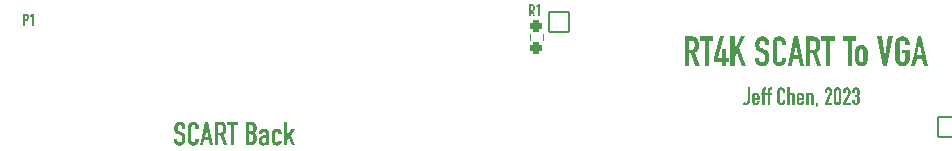
<source format=gto>
G04 #@! TF.GenerationSoftware,KiCad,Pcbnew,7.0.9*
G04 #@! TF.CreationDate,2023-11-21T14:25:59-05:00*
G04 #@! TF.ProjectId,SCART2VGA,53434152-5432-4564-9741-2e6b69636164,rev?*
G04 #@! TF.SameCoordinates,Original*
G04 #@! TF.FileFunction,Legend,Top*
G04 #@! TF.FilePolarity,Positive*
%FSLAX46Y46*%
G04 Gerber Fmt 4.6, Leading zero omitted, Abs format (unit mm)*
G04 Created by KiCad (PCBNEW 7.0.9) date 2023-11-21 14:25:59*
%MOMM*%
%LPD*%
G01*
G04 APERTURE LIST*
G04 Aperture macros list*
%AMRoundRect*
0 Rectangle with rounded corners*
0 $1 Rounding radius*
0 $2 $3 $4 $5 $6 $7 $8 $9 X,Y pos of 4 corners*
0 Add a 4 corners polygon primitive as box body*
4,1,4,$2,$3,$4,$5,$6,$7,$8,$9,$2,$3,0*
0 Add four circle primitives for the rounded corners*
1,1,$1+$1,$2,$3*
1,1,$1+$1,$4,$5*
1,1,$1+$1,$6,$7*
1,1,$1+$1,$8,$9*
0 Add four rect primitives between the rounded corners*
20,1,$1+$1,$2,$3,$4,$5,0*
20,1,$1+$1,$4,$5,$6,$7,0*
20,1,$1+$1,$6,$7,$8,$9,0*
20,1,$1+$1,$8,$9,$2,$3,0*%
%AMHorizOval*
0 Thick line with rounded ends*
0 $1 width*
0 $2 $3 position (X,Y) of the first rounded end (center of the circle)*
0 $4 $5 position (X,Y) of the second rounded end (center of the circle)*
0 Add line between two ends*
20,1,$1,$2,$3,$4,$5,0*
0 Add two circle primitives to create the rounded ends*
1,1,$1,$2,$3*
1,1,$1,$4,$5*%
G04 Aperture macros list end*
%ADD10C,0.300000*%
%ADD11C,0.150000*%
%ADD12C,0.100000*%
%ADD13C,0.120000*%
%ADD14RoundRect,0.287500X-0.237500X0.250000X-0.237500X-0.250000X0.237500X-0.250000X0.237500X0.250000X0*%
%ADD15HorizOval,1.000000X-0.047936X-0.547907X0.047936X0.547907X0*%
%ADD16RoundRect,0.050000X-0.833997X-0.353658X0.759915X-0.493107X0.833997X0.353658X-0.759915X0.493107X0*%
%ADD17RoundRect,0.500000X-0.836176X-0.378563X0.757736X-0.518012X0.836176X0.378563X-0.757736X0.518012X0*%
%ADD18HorizOval,1.000000X0.047936X0.547907X-0.047936X-0.547907X0*%
%ADD19RoundRect,0.500000X0.836176X0.378563X-0.757736X0.518012X-0.836176X-0.378563X0.757736X-0.518012X0*%
%ADD20RoundRect,0.050000X0.850000X-0.850000X0.850000X0.850000X-0.850000X0.850000X-0.850000X-0.850000X0*%
%ADD21C,1.800000*%
%ADD22C,4.166000*%
%ADD23RoundRect,0.050000X0.850000X0.850000X-0.850000X0.850000X-0.850000X-0.850000X0.850000X-0.850000X0*%
%ADD24O,1.800000X1.800000*%
G04 APERTURE END LIST*
D10*
G36*
X118747000Y-111032242D02*
G01*
X118461236Y-111032242D01*
X118461236Y-110968250D01*
X118460549Y-110944246D01*
X118458488Y-110921081D01*
X118455053Y-110898756D01*
X118450245Y-110877270D01*
X118444062Y-110856624D01*
X118436506Y-110836817D01*
X118427576Y-110817850D01*
X118417272Y-110799723D01*
X118405342Y-110783007D01*
X118391535Y-110768521D01*
X118375850Y-110756263D01*
X118358287Y-110746234D01*
X118338847Y-110738433D01*
X118317529Y-110732861D01*
X118294334Y-110729518D01*
X118269261Y-110728404D01*
X118249116Y-110729194D01*
X118227481Y-110732112D01*
X118207856Y-110737181D01*
X118187890Y-110745608D01*
X118178891Y-110750874D01*
X118162588Y-110762781D01*
X118147872Y-110776031D01*
X118134744Y-110790625D01*
X118123203Y-110806562D01*
X118113312Y-110825460D01*
X118105129Y-110845518D01*
X118098657Y-110866737D01*
X118094396Y-110886255D01*
X118093894Y-110889116D01*
X118090849Y-110909392D01*
X118088551Y-110930042D01*
X118087002Y-110951066D01*
X118086201Y-110972464D01*
X118086079Y-110984859D01*
X118086216Y-111006320D01*
X118086628Y-111026372D01*
X118087456Y-111047988D01*
X118088658Y-111067686D01*
X118089986Y-111083044D01*
X118093387Y-111104369D01*
X118098642Y-111124381D01*
X118105752Y-111143078D01*
X118110503Y-111152898D01*
X118121004Y-111169552D01*
X118133824Y-111184892D01*
X118148962Y-111198918D01*
X118158374Y-111206143D01*
X118175410Y-111217134D01*
X118192621Y-111226751D01*
X118211982Y-111236368D01*
X118230289Y-111244611D01*
X118243371Y-111250107D01*
X118455862Y-111336569D01*
X118478394Y-111345918D01*
X118499826Y-111355650D01*
X118520159Y-111365763D01*
X118539393Y-111376258D01*
X118557528Y-111387134D01*
X118574564Y-111398393D01*
X118590501Y-111410032D01*
X118605339Y-111422054D01*
X118622603Y-111437688D01*
X118638674Y-111454063D01*
X118653553Y-111471176D01*
X118667239Y-111489030D01*
X118679733Y-111507622D01*
X118691034Y-111526954D01*
X118695220Y-111534894D01*
X118704067Y-111556119D01*
X118711983Y-111578275D01*
X118718969Y-111601362D01*
X118723889Y-111620500D01*
X118728213Y-111640234D01*
X118731941Y-111660564D01*
X118735074Y-111681489D01*
X118735764Y-111686813D01*
X118738398Y-111708436D01*
X118740680Y-111730807D01*
X118742611Y-111753926D01*
X118744191Y-111777793D01*
X118745420Y-111802408D01*
X118746297Y-111827771D01*
X118746824Y-111853883D01*
X118746989Y-111873957D01*
X118747000Y-111880742D01*
X118746781Y-111904034D01*
X118746124Y-111927018D01*
X118745029Y-111949693D01*
X118743496Y-111972058D01*
X118741526Y-111994114D01*
X118739117Y-112015861D01*
X118736271Y-112037299D01*
X118732986Y-112058428D01*
X118729264Y-112079248D01*
X118725104Y-112099759D01*
X118722087Y-112113261D01*
X118717145Y-112133132D01*
X118711663Y-112152445D01*
X118705639Y-112171199D01*
X118696766Y-112195337D01*
X118686932Y-112218483D01*
X118676135Y-112240637D01*
X118664377Y-112261798D01*
X118651658Y-112281967D01*
X118641487Y-112296443D01*
X118626267Y-112315456D01*
X118609918Y-112333415D01*
X118592440Y-112350321D01*
X118573831Y-112366174D01*
X118554094Y-112380974D01*
X118533226Y-112394720D01*
X118511229Y-112407413D01*
X118488102Y-112419053D01*
X118470056Y-112426997D01*
X118451271Y-112434160D01*
X118431748Y-112440541D01*
X118411486Y-112446141D01*
X118390486Y-112450959D01*
X118368748Y-112454997D01*
X118346271Y-112458252D01*
X118323055Y-112460727D01*
X118299101Y-112462420D01*
X118274409Y-112463331D01*
X118257537Y-112463505D01*
X118232098Y-112462940D01*
X118207070Y-112461246D01*
X118182455Y-112458422D01*
X118158252Y-112454468D01*
X118134461Y-112449385D01*
X118111083Y-112443172D01*
X118088116Y-112435829D01*
X118065562Y-112427357D01*
X118043725Y-112417771D01*
X118022667Y-112407329D01*
X118002387Y-112396033D01*
X117982886Y-112383882D01*
X117964163Y-112370876D01*
X117946219Y-112357015D01*
X117929053Y-112342300D01*
X117912666Y-112326729D01*
X117897080Y-112310288D01*
X117882319Y-112293207D01*
X117868382Y-112275484D01*
X117855269Y-112257120D01*
X117842981Y-112238115D01*
X117831516Y-112218468D01*
X117820877Y-112198181D01*
X117811061Y-112177252D01*
X117802245Y-112155645D01*
X117794605Y-112133563D01*
X117788140Y-112111009D01*
X117782851Y-112087982D01*
X117778737Y-112064481D01*
X117775799Y-112040507D01*
X117774035Y-112016060D01*
X117773448Y-111991139D01*
X117773448Y-111885138D01*
X118059212Y-111885138D01*
X118059212Y-111974042D01*
X118060321Y-111998097D01*
X118063648Y-112021412D01*
X118069194Y-112043988D01*
X118076958Y-112065824D01*
X118086940Y-112086921D01*
X118099140Y-112107279D01*
X118104641Y-112115215D01*
X118120352Y-112133228D01*
X118139093Y-112148188D01*
X118156266Y-112157957D01*
X118175378Y-112165773D01*
X118196429Y-112171635D01*
X118219418Y-112175543D01*
X118244346Y-112177497D01*
X118257537Y-112177741D01*
X118279190Y-112177228D01*
X118299268Y-112175690D01*
X118321284Y-112172490D01*
X118341034Y-112167813D01*
X118361209Y-112160490D01*
X118368912Y-112156736D01*
X118387810Y-112145134D01*
X118404449Y-112131335D01*
X118418829Y-112115337D01*
X118430949Y-112097141D01*
X118439702Y-112079129D01*
X118446724Y-112059714D01*
X118452017Y-112038897D01*
X118455580Y-112016678D01*
X118456839Y-112003352D01*
X118458333Y-111982572D01*
X118459518Y-111960899D01*
X118460394Y-111938333D01*
X118460961Y-111914875D01*
X118461197Y-111894643D01*
X118461236Y-111882207D01*
X118461104Y-111858474D01*
X118460711Y-111836125D01*
X118460055Y-111815160D01*
X118459137Y-111795577D01*
X118457688Y-111773904D01*
X118455862Y-111754224D01*
X118452997Y-111733146D01*
X118449104Y-111713939D01*
X118443394Y-111694277D01*
X118435366Y-111675078D01*
X118434369Y-111673135D01*
X118422687Y-111656713D01*
X118409073Y-111642069D01*
X118393526Y-111629202D01*
X118384055Y-111622821D01*
X118367141Y-111612868D01*
X118347663Y-111602549D01*
X118328515Y-111593219D01*
X118310541Y-111584999D01*
X118301012Y-111580811D01*
X118102199Y-111497280D01*
X118080249Y-111487629D01*
X118059219Y-111477604D01*
X118039109Y-111467204D01*
X118019919Y-111456431D01*
X118001649Y-111445283D01*
X117984298Y-111433762D01*
X117967867Y-111421867D01*
X117952356Y-111409597D01*
X117930813Y-111390492D01*
X117911340Y-111370545D01*
X117893936Y-111349757D01*
X117878602Y-111328127D01*
X117865337Y-111305656D01*
X117861375Y-111297978D01*
X117850463Y-111274160D01*
X117840624Y-111249235D01*
X117831858Y-111223201D01*
X117824166Y-111196060D01*
X117817547Y-111167812D01*
X117813731Y-111148364D01*
X117810392Y-111128424D01*
X117807530Y-111107991D01*
X117805144Y-111087066D01*
X117803236Y-111065649D01*
X117801805Y-111043740D01*
X117800851Y-111021338D01*
X117800374Y-110998444D01*
X117800314Y-110986813D01*
X117800576Y-110966024D01*
X117801362Y-110945425D01*
X117802671Y-110925015D01*
X117804505Y-110904793D01*
X117806862Y-110884760D01*
X117809743Y-110864917D01*
X117813147Y-110845262D01*
X117817076Y-110825796D01*
X117821528Y-110806519D01*
X117826504Y-110787430D01*
X117830112Y-110774810D01*
X117836057Y-110756187D01*
X117844811Y-110732118D01*
X117854512Y-110708918D01*
X117865160Y-110686589D01*
X117876754Y-110665130D01*
X117889294Y-110644541D01*
X117902781Y-110624822D01*
X117917214Y-110605974D01*
X117920970Y-110601398D01*
X117935869Y-110583782D01*
X117951745Y-110567081D01*
X117968598Y-110551297D01*
X117986427Y-110536429D01*
X118005234Y-110522477D01*
X118025018Y-110509440D01*
X118045778Y-110497320D01*
X118067516Y-110486115D01*
X118090399Y-110475925D01*
X118114350Y-110467095D01*
X118139369Y-110459622D01*
X118158835Y-110454910D01*
X118178902Y-110450961D01*
X118199570Y-110447777D01*
X118220840Y-110445357D01*
X118242710Y-110443701D01*
X118265181Y-110442810D01*
X118280496Y-110442640D01*
X118306233Y-110443250D01*
X118331420Y-110445082D01*
X118356058Y-110448135D01*
X118380147Y-110452409D01*
X118403686Y-110457905D01*
X118426675Y-110464622D01*
X118449115Y-110472559D01*
X118471005Y-110481719D01*
X118492254Y-110491885D01*
X118512771Y-110502846D01*
X118532554Y-110514600D01*
X118551605Y-110527148D01*
X118569924Y-110540490D01*
X118587509Y-110554625D01*
X118604362Y-110569554D01*
X118620482Y-110585278D01*
X118635802Y-110602163D01*
X118650134Y-110619357D01*
X118663478Y-110636860D01*
X118675833Y-110654673D01*
X118687200Y-110672795D01*
X118697579Y-110691226D01*
X118706969Y-110709965D01*
X118715370Y-110729014D01*
X118722783Y-110748373D01*
X118729208Y-110768040D01*
X118734644Y-110788016D01*
X118739092Y-110808302D01*
X118742552Y-110828896D01*
X118745023Y-110849800D01*
X118746505Y-110871013D01*
X118747000Y-110892535D01*
X118747000Y-111032242D01*
G37*
G36*
X119882240Y-111879276D02*
G01*
X119882240Y-112002375D01*
X119881698Y-112025303D01*
X119880073Y-112047926D01*
X119877363Y-112070244D01*
X119873570Y-112092256D01*
X119868693Y-112113963D01*
X119862732Y-112135365D01*
X119855687Y-112156461D01*
X119847558Y-112177252D01*
X119838597Y-112197609D01*
X119828812Y-112217400D01*
X119818203Y-112236626D01*
X119806769Y-112255288D01*
X119794511Y-112273385D01*
X119781429Y-112290917D01*
X119767523Y-112307884D01*
X119752792Y-112324287D01*
X119737206Y-112339872D01*
X119720979Y-112354634D01*
X119704111Y-112368571D01*
X119686602Y-112381684D01*
X119668452Y-112393972D01*
X119649660Y-112405436D01*
X119630228Y-112416076D01*
X119610154Y-112425892D01*
X119589683Y-112434707D01*
X119568816Y-112442348D01*
X119547551Y-112448812D01*
X119525890Y-112454102D01*
X119503832Y-112458216D01*
X119481377Y-112461154D01*
X119458525Y-112462917D01*
X119435276Y-112463505D01*
X119415095Y-112463162D01*
X119394854Y-112462131D01*
X119374551Y-112460414D01*
X119354187Y-112458010D01*
X119333763Y-112454918D01*
X119313277Y-112451140D01*
X119292730Y-112446675D01*
X119272122Y-112441523D01*
X119251735Y-112435387D01*
X119231852Y-112428212D01*
X119212473Y-112419999D01*
X119193598Y-112410749D01*
X119175226Y-112400460D01*
X119157358Y-112389133D01*
X119139994Y-112376768D01*
X119123134Y-112363365D01*
X119106891Y-112348833D01*
X119091382Y-112333324D01*
X119076605Y-112316837D01*
X119062561Y-112299374D01*
X119049250Y-112280934D01*
X119036672Y-112261516D01*
X119024826Y-112241122D01*
X119013713Y-112219751D01*
X119003752Y-112196998D01*
X118995120Y-112172703D01*
X118989517Y-112153471D01*
X118984661Y-112133371D01*
X118980553Y-112112404D01*
X118977191Y-112090569D01*
X118974576Y-112067867D01*
X118972709Y-112044298D01*
X118971588Y-112019862D01*
X118971215Y-111994559D01*
X118971215Y-110900351D01*
X118971726Y-110876148D01*
X118973260Y-110852388D01*
X118975817Y-110829070D01*
X118979397Y-110806195D01*
X118983999Y-110783763D01*
X118989624Y-110761774D01*
X118996272Y-110740227D01*
X119003943Y-110719123D01*
X119012675Y-110698476D01*
X119022261Y-110678548D01*
X119032703Y-110659337D01*
X119043999Y-110640843D01*
X119056150Y-110623066D01*
X119069156Y-110606008D01*
X119083017Y-110589666D01*
X119097732Y-110574042D01*
X119113471Y-110559075D01*
X119129911Y-110544947D01*
X119147054Y-110531659D01*
X119164899Y-110519210D01*
X119183446Y-110507601D01*
X119202696Y-110496831D01*
X119222647Y-110486901D01*
X119243301Y-110477811D01*
X119264588Y-110469567D01*
X119286441Y-110462423D01*
X119308857Y-110456378D01*
X119331839Y-110451432D01*
X119355386Y-110447586D01*
X119379497Y-110444838D01*
X119404173Y-110443189D01*
X119429414Y-110442640D01*
X119453976Y-110443153D01*
X119477957Y-110444693D01*
X119501359Y-110447259D01*
X119524180Y-110450852D01*
X119546422Y-110455472D01*
X119568083Y-110461118D01*
X119589164Y-110467791D01*
X119609665Y-110475490D01*
X119629586Y-110484216D01*
X119648927Y-110493969D01*
X119667688Y-110504748D01*
X119685869Y-110516554D01*
X119703470Y-110529386D01*
X119720491Y-110543245D01*
X119736931Y-110558130D01*
X119752792Y-110574042D01*
X119767523Y-110590529D01*
X119781429Y-110607748D01*
X119794511Y-110625700D01*
X119806769Y-110644384D01*
X119818203Y-110663802D01*
X119828812Y-110683952D01*
X119838597Y-110704834D01*
X119847558Y-110726450D01*
X119855687Y-110748569D01*
X119862732Y-110771207D01*
X119868693Y-110794365D01*
X119873570Y-110818041D01*
X119877363Y-110842236D01*
X119880073Y-110866951D01*
X119881698Y-110892184D01*
X119882240Y-110917936D01*
X119882240Y-111029311D01*
X119596476Y-111029311D01*
X119596476Y-110934545D01*
X119595759Y-110914013D01*
X119593606Y-110894184D01*
X119588898Y-110870384D01*
X119581948Y-110847682D01*
X119572755Y-110826077D01*
X119561321Y-110805569D01*
X119550559Y-110789953D01*
X119535563Y-110772222D01*
X119518969Y-110757495D01*
X119500777Y-110745775D01*
X119480988Y-110737059D01*
X119459600Y-110731349D01*
X119436614Y-110728644D01*
X119426972Y-110728404D01*
X119402402Y-110729427D01*
X119379986Y-110732495D01*
X119359721Y-110737609D01*
X119337417Y-110746878D01*
X119318476Y-110759343D01*
X119302899Y-110775004D01*
X119290684Y-110793861D01*
X119280974Y-110815175D01*
X119272910Y-110838206D01*
X119267643Y-110857868D01*
X119263430Y-110878628D01*
X119260270Y-110900488D01*
X119258164Y-110923447D01*
X119257110Y-110947505D01*
X119256979Y-110959946D01*
X119256979Y-111974042D01*
X119257544Y-111995223D01*
X119259238Y-112015533D01*
X119262062Y-112034973D01*
X119267181Y-112058050D01*
X119274064Y-112079767D01*
X119282713Y-112100125D01*
X119293127Y-112119123D01*
X119305983Y-112136010D01*
X119321653Y-112150035D01*
X119340139Y-112161197D01*
X119361438Y-112169498D01*
X119380505Y-112174077D01*
X119401372Y-112176825D01*
X119424041Y-112177741D01*
X119444740Y-112176367D01*
X119464681Y-112172694D01*
X119481682Y-112167971D01*
X119500792Y-112160625D01*
X119519044Y-112150798D01*
X119536436Y-112138490D01*
X119539812Y-112135731D01*
X119554266Y-112120323D01*
X119565888Y-112103600D01*
X119576196Y-112084173D01*
X119580356Y-112074670D01*
X119587409Y-112053910D01*
X119591927Y-112033741D01*
X119594902Y-112011702D01*
X119596224Y-111991323D01*
X119596476Y-111976973D01*
X119596476Y-111879276D01*
X119882240Y-111879276D01*
G37*
G36*
X121119086Y-112447874D02*
G01*
X120833811Y-112447874D01*
X120749791Y-112010190D01*
X120360468Y-112010190D01*
X120276448Y-112447874D01*
X119990684Y-112447874D01*
X120151764Y-111724426D01*
X120410782Y-111724426D01*
X120696546Y-111724426D01*
X120556351Y-111012703D01*
X120550977Y-111012703D01*
X120410782Y-111724426D01*
X120151764Y-111724426D01*
X120436183Y-110447036D01*
X120674076Y-110447036D01*
X121119086Y-112447874D01*
G37*
G36*
X121742815Y-110447616D02*
G01*
X121773020Y-110449354D01*
X121802234Y-110452252D01*
X121830459Y-110456310D01*
X121857693Y-110461526D01*
X121883936Y-110467902D01*
X121909190Y-110475436D01*
X121933453Y-110484130D01*
X121956726Y-110493984D01*
X121979008Y-110504996D01*
X122000300Y-110517168D01*
X122020602Y-110530498D01*
X122039913Y-110544988D01*
X122058234Y-110560638D01*
X122075565Y-110577446D01*
X122091905Y-110595414D01*
X122107256Y-110614540D01*
X122121615Y-110634826D01*
X122134985Y-110656272D01*
X122147364Y-110678876D01*
X122158753Y-110702640D01*
X122169151Y-110727562D01*
X122178559Y-110753644D01*
X122186977Y-110780886D01*
X122194404Y-110809286D01*
X122200842Y-110838846D01*
X122206288Y-110869564D01*
X122210745Y-110901442D01*
X122214211Y-110934479D01*
X122216687Y-110968676D01*
X122218172Y-111004031D01*
X122218667Y-111040546D01*
X122218454Y-111062625D01*
X122217813Y-111084289D01*
X122216744Y-111105536D01*
X122215248Y-111126367D01*
X122213325Y-111146782D01*
X122210974Y-111166782D01*
X122208196Y-111186365D01*
X122203227Y-111214960D01*
X122197296Y-111242619D01*
X122190404Y-111269342D01*
X122182550Y-111295129D01*
X122173734Y-111319981D01*
X122163957Y-111343896D01*
X122152973Y-111366918D01*
X122140538Y-111389090D01*
X122126652Y-111410412D01*
X122111315Y-111430884D01*
X122094527Y-111450506D01*
X122076287Y-111469278D01*
X122056597Y-111487200D01*
X122035455Y-111504272D01*
X122012862Y-111520493D01*
X121988818Y-111535865D01*
X121971982Y-111545640D01*
X122280217Y-112447874D01*
X121977844Y-112447874D01*
X121708688Y-111603770D01*
X121535276Y-111603770D01*
X121535276Y-112447874D01*
X121249512Y-112447874D01*
X121249512Y-110732800D01*
X121535276Y-110732800D01*
X121535276Y-111353666D01*
X121699896Y-111353666D01*
X121723099Y-111353153D01*
X121744775Y-111351614D01*
X121764925Y-111349050D01*
X121787090Y-111344619D01*
X121807057Y-111338712D01*
X121822017Y-111332661D01*
X121840957Y-111322606D01*
X121858028Y-111310822D01*
X121873228Y-111297308D01*
X121886558Y-111282064D01*
X121893336Y-111272577D01*
X121902489Y-111254782D01*
X121910286Y-111235164D01*
X121916728Y-111213723D01*
X121921170Y-111193893D01*
X121924111Y-111176345D01*
X121927099Y-111154094D01*
X121929117Y-111134581D01*
X121930705Y-111114185D01*
X121931864Y-111092907D01*
X121932594Y-111070746D01*
X121932895Y-111047703D01*
X121932903Y-111042989D01*
X121932689Y-111019922D01*
X121932045Y-110997737D01*
X121930971Y-110976435D01*
X121929469Y-110956015D01*
X121927537Y-110936478D01*
X121924652Y-110914199D01*
X121924111Y-110910609D01*
X121920395Y-110889560D01*
X121915478Y-110869645D01*
X121909359Y-110850863D01*
X121900700Y-110830383D01*
X121890405Y-110811446D01*
X121875354Y-110793014D01*
X121857310Y-110777039D01*
X121836275Y-110763521D01*
X121818535Y-110754996D01*
X121799112Y-110747854D01*
X121778006Y-110742093D01*
X121755217Y-110737716D01*
X121730745Y-110734720D01*
X121704590Y-110733107D01*
X121686218Y-110732800D01*
X121535276Y-110732800D01*
X121249512Y-110732800D01*
X121249512Y-110447036D01*
X121711619Y-110447036D01*
X121742815Y-110447616D01*
G37*
G36*
X122605060Y-112447874D02*
G01*
X122605060Y-110732800D01*
X122265562Y-110732800D01*
X122265562Y-110447036D01*
X123203455Y-110447036D01*
X123203455Y-110732800D01*
X122890824Y-110732800D01*
X122890824Y-112447874D01*
X122605060Y-112447874D01*
G37*
G36*
X124287746Y-110447405D02*
G01*
X124312767Y-110448513D01*
X124337068Y-110450359D01*
X124360647Y-110452944D01*
X124383504Y-110456267D01*
X124405641Y-110460328D01*
X124427056Y-110465128D01*
X124447750Y-110470667D01*
X124467722Y-110476943D01*
X124486974Y-110483959D01*
X124499407Y-110489046D01*
X124517504Y-110497076D01*
X124540657Y-110508544D01*
X124562696Y-110520882D01*
X124583621Y-110534090D01*
X124603431Y-110548168D01*
X124622127Y-110563117D01*
X124639709Y-110578935D01*
X124656176Y-110595624D01*
X124660119Y-110599932D01*
X124675079Y-110617716D01*
X124688940Y-110636141D01*
X124701701Y-110655207D01*
X124713364Y-110674915D01*
X124723927Y-110695263D01*
X124733392Y-110716253D01*
X124741757Y-110737884D01*
X124749023Y-110760155D01*
X124755435Y-110782855D01*
X124760991Y-110805768D01*
X124765693Y-110828895D01*
X124769540Y-110852235D01*
X124772532Y-110875789D01*
X124774669Y-110899557D01*
X124775951Y-110923539D01*
X124776379Y-110947734D01*
X124776379Y-111020518D01*
X124776165Y-111040279D01*
X124775297Y-111063885D01*
X124773761Y-111086275D01*
X124771557Y-111107448D01*
X124768685Y-111127405D01*
X124764357Y-111149748D01*
X124762701Y-111156806D01*
X124757291Y-111177208D01*
X124750954Y-111196648D01*
X124743690Y-111215126D01*
X124734043Y-111235469D01*
X124723134Y-111254503D01*
X124709593Y-111273577D01*
X124694374Y-111291964D01*
X124677475Y-111309664D01*
X124658898Y-111326677D01*
X124638641Y-111343003D01*
X124622346Y-111354797D01*
X124605107Y-111366204D01*
X124586923Y-111377225D01*
X124567795Y-111387860D01*
X124587443Y-111397322D01*
X124606086Y-111407575D01*
X124623724Y-111418617D01*
X124640358Y-111430449D01*
X124655987Y-111443072D01*
X124670612Y-111456484D01*
X124684232Y-111470686D01*
X124696847Y-111485679D01*
X124708458Y-111501461D01*
X124719064Y-111518033D01*
X124725576Y-111529520D01*
X124734655Y-111547615D01*
X124742841Y-111566912D01*
X124750134Y-111587412D01*
X124756534Y-111609113D01*
X124762041Y-111632017D01*
X124766655Y-111656122D01*
X124770376Y-111681430D01*
X124773203Y-111707940D01*
X124775138Y-111735652D01*
X124776180Y-111764566D01*
X124776379Y-111784510D01*
X124776379Y-111898327D01*
X124775873Y-111931119D01*
X124774356Y-111962937D01*
X124771828Y-111993782D01*
X124768288Y-112023654D01*
X124763737Y-112052553D01*
X124758175Y-112080479D01*
X124751601Y-112107431D01*
X124744016Y-112133411D01*
X124735420Y-112158417D01*
X124725813Y-112182450D01*
X124715194Y-112205510D01*
X124703564Y-112227597D01*
X124690922Y-112248711D01*
X124677269Y-112268851D01*
X124662605Y-112288018D01*
X124646930Y-112306213D01*
X124630146Y-112323367D01*
X124612156Y-112339414D01*
X124592960Y-112354355D01*
X124572558Y-112368189D01*
X124550950Y-112380917D01*
X124528136Y-112392537D01*
X124504117Y-112403051D01*
X124478891Y-112412458D01*
X124452459Y-112420759D01*
X124424822Y-112427952D01*
X124395978Y-112434039D01*
X124365928Y-112439020D01*
X124334673Y-112442893D01*
X124302212Y-112445660D01*
X124268544Y-112447320D01*
X124233671Y-112447874D01*
X123838486Y-112447874D01*
X123838486Y-111509981D01*
X124124250Y-111509981D01*
X124124250Y-112162109D01*
X124246372Y-112162109D01*
X124267392Y-112161705D01*
X124287221Y-112160491D01*
X124310334Y-112157837D01*
X124331586Y-112153918D01*
X124350977Y-112148735D01*
X124371791Y-112140846D01*
X124381194Y-112136220D01*
X124398522Y-112125824D01*
X124414235Y-112114055D01*
X124430527Y-112098587D01*
X124444622Y-112081250D01*
X124454955Y-112064901D01*
X124463444Y-112047081D01*
X124470594Y-112028058D01*
X124476404Y-112007834D01*
X124480875Y-111986407D01*
X124484007Y-111963778D01*
X124484753Y-111955968D01*
X124486441Y-111936002D01*
X124487844Y-111915487D01*
X124488960Y-111894424D01*
X124489790Y-111872811D01*
X124490334Y-111850651D01*
X124490592Y-111827941D01*
X124490614Y-111818704D01*
X124490412Y-111795074D01*
X124489803Y-111772422D01*
X124488790Y-111750748D01*
X124487371Y-111730051D01*
X124485546Y-111710333D01*
X124482821Y-111687962D01*
X124482310Y-111684370D01*
X124478612Y-111663522D01*
X124473746Y-111643841D01*
X124466594Y-111622357D01*
X124457852Y-111602461D01*
X124449093Y-111586673D01*
X124435977Y-111570368D01*
X124420990Y-111556072D01*
X124404133Y-111543787D01*
X124385407Y-111533512D01*
X124373866Y-111528543D01*
X124355199Y-111522235D01*
X124334368Y-111517232D01*
X124311373Y-111513534D01*
X124290557Y-111511449D01*
X124268239Y-111510271D01*
X124249303Y-111509981D01*
X124124250Y-111509981D01*
X123838486Y-111509981D01*
X123838486Y-110732800D01*
X124124250Y-110732800D01*
X124124250Y-111259876D01*
X124251745Y-111259876D01*
X124277574Y-111259275D01*
X124301754Y-111257472D01*
X124324285Y-111254467D01*
X124345168Y-111250259D01*
X124364402Y-111244850D01*
X124387483Y-111235767D01*
X124407633Y-111224547D01*
X124424852Y-111211190D01*
X124439140Y-111195696D01*
X124442254Y-111191488D01*
X124453589Y-111173285D01*
X124463412Y-111153112D01*
X124471724Y-111130969D01*
X124478524Y-111106858D01*
X124482633Y-111087482D01*
X124485892Y-111066999D01*
X124488300Y-111045408D01*
X124489859Y-111022709D01*
X124490567Y-110998902D01*
X124490614Y-110990721D01*
X124490138Y-110967195D01*
X124488708Y-110944793D01*
X124486325Y-110923517D01*
X124482989Y-110903366D01*
X124477059Y-110878247D01*
X124469434Y-110855128D01*
X124460115Y-110834008D01*
X124449101Y-110814889D01*
X124436393Y-110797769D01*
X124421585Y-110782542D01*
X124404030Y-110769345D01*
X124383728Y-110758179D01*
X124360677Y-110749042D01*
X124341586Y-110743523D01*
X124320950Y-110739145D01*
X124298767Y-110735909D01*
X124275040Y-110733815D01*
X124249766Y-110732864D01*
X124240998Y-110732800D01*
X124124250Y-110732800D01*
X123838486Y-110732800D01*
X123838486Y-110447036D01*
X124262003Y-110447036D01*
X124287746Y-110447405D01*
G37*
G36*
X125433338Y-111025838D02*
G01*
X125455404Y-111027143D01*
X125477119Y-111029319D01*
X125498483Y-111032364D01*
X125519495Y-111036280D01*
X125540156Y-111041065D01*
X125560467Y-111046721D01*
X125580426Y-111053247D01*
X125599897Y-111060635D01*
X125618742Y-111068878D01*
X125636961Y-111077976D01*
X125654554Y-111087929D01*
X125671521Y-111098737D01*
X125687862Y-111110400D01*
X125703578Y-111122917D01*
X125718667Y-111136289D01*
X125732475Y-111150639D01*
X125745565Y-111165843D01*
X125757937Y-111181902D01*
X125769592Y-111198816D01*
X125780530Y-111216584D01*
X125790750Y-111235208D01*
X125800252Y-111254686D01*
X125809037Y-111275019D01*
X125817052Y-111296223D01*
X125823997Y-111318311D01*
X125829874Y-111341285D01*
X125834683Y-111365145D01*
X125838423Y-111389890D01*
X125841094Y-111415520D01*
X125842397Y-111435324D01*
X125843098Y-111455625D01*
X125843231Y-111469437D01*
X125843231Y-112447874D01*
X125557467Y-112447874D01*
X125557467Y-112302793D01*
X125552094Y-112302793D01*
X125538027Y-112321646D01*
X125523914Y-112339369D01*
X125509756Y-112355962D01*
X125495552Y-112371425D01*
X125481302Y-112385759D01*
X125463425Y-112402088D01*
X125445476Y-112416652D01*
X125438277Y-112421984D01*
X125419143Y-112433945D01*
X125397767Y-112443880D01*
X125379052Y-112450367D01*
X125358902Y-112455558D01*
X125337317Y-112459450D01*
X125314297Y-112462045D01*
X125289842Y-112463343D01*
X125277076Y-112463505D01*
X125254804Y-112462757D01*
X125232437Y-112460513D01*
X125209977Y-112456773D01*
X125190652Y-112452377D01*
X125174494Y-112447874D01*
X125155215Y-112441250D01*
X125136209Y-112432738D01*
X125117479Y-112422337D01*
X125099023Y-112410046D01*
X125080843Y-112395867D01*
X125074843Y-112390721D01*
X125057527Y-112374830D01*
X125044067Y-112359698D01*
X125031490Y-112342849D01*
X125019796Y-112324283D01*
X125008984Y-112303999D01*
X124999054Y-112281998D01*
X124997174Y-112277392D01*
X124990305Y-112258150D01*
X124984351Y-112237550D01*
X124979314Y-112215591D01*
X124975192Y-112192273D01*
X124971987Y-112167597D01*
X124969697Y-112141562D01*
X124968581Y-112121145D01*
X124967979Y-112099963D01*
X124967865Y-112085417D01*
X124968037Y-112063143D01*
X124968552Y-112041385D01*
X124969102Y-112027776D01*
X125253629Y-112027776D01*
X125254240Y-112047933D01*
X125256720Y-112071778D01*
X125261109Y-112094120D01*
X125267406Y-112114960D01*
X125275611Y-112134296D01*
X125285724Y-112152130D01*
X125292708Y-112162109D01*
X125305824Y-112176886D01*
X125323547Y-112191311D01*
X125343434Y-112202130D01*
X125365484Y-112209343D01*
X125385513Y-112212599D01*
X125402617Y-112213400D01*
X125424716Y-112212220D01*
X125445217Y-112208678D01*
X125464119Y-112202774D01*
X125484693Y-112192573D01*
X125502965Y-112178972D01*
X125516434Y-112165040D01*
X125528255Y-112148950D01*
X125538073Y-112130904D01*
X125545887Y-112110901D01*
X125551697Y-112088943D01*
X125555504Y-112065030D01*
X125557107Y-112044490D01*
X125557467Y-112028264D01*
X125557467Y-111831405D01*
X125537508Y-111827978D01*
X125516588Y-111825093D01*
X125495460Y-111823161D01*
X125478821Y-111822612D01*
X125455923Y-111823306D01*
X125433880Y-111825390D01*
X125412692Y-111828863D01*
X125392359Y-111833725D01*
X125372881Y-111839976D01*
X125354257Y-111847616D01*
X125336488Y-111856646D01*
X125319575Y-111867064D01*
X125304119Y-111879192D01*
X125290723Y-111893595D01*
X125279389Y-111910272D01*
X125270115Y-111929224D01*
X125262903Y-111950450D01*
X125257751Y-111973951D01*
X125254660Y-111999726D01*
X125253694Y-112020550D01*
X125253629Y-112027776D01*
X124969102Y-112027776D01*
X124969411Y-112020141D01*
X124970613Y-111999413D01*
X124972158Y-111979200D01*
X124974047Y-111959502D01*
X124977100Y-111934040D01*
X124980764Y-111909494D01*
X124985038Y-111885863D01*
X124987404Y-111874391D01*
X124992923Y-111852020D01*
X124999464Y-111830580D01*
X125007028Y-111810071D01*
X125015614Y-111790494D01*
X125025224Y-111771847D01*
X125035856Y-111754132D01*
X125047511Y-111737348D01*
X125060189Y-111721495D01*
X125073569Y-111707184D01*
X125088063Y-111693804D01*
X125103672Y-111681355D01*
X125120395Y-111669838D01*
X125138232Y-111659252D01*
X125157184Y-111649596D01*
X125177250Y-111640872D01*
X125198430Y-111633079D01*
X125220908Y-111626210D01*
X125244867Y-111620257D01*
X125270306Y-111615219D01*
X125290358Y-111612042D01*
X125311242Y-111609380D01*
X125332959Y-111607234D01*
X125355509Y-111605602D01*
X125378892Y-111604486D01*
X125403108Y-111603885D01*
X125419714Y-111603770D01*
X125439569Y-111603770D01*
X125450977Y-111603770D01*
X125471013Y-111603770D01*
X125481752Y-111603770D01*
X125501558Y-111603770D01*
X125515457Y-111603770D01*
X125535730Y-111605846D01*
X125554670Y-111611069D01*
X125557467Y-111612074D01*
X125557467Y-111470902D01*
X125556704Y-111449822D01*
X125554414Y-111429934D01*
X125549651Y-111407643D01*
X125542691Y-111387070D01*
X125533531Y-111368213D01*
X125526204Y-111356596D01*
X125512895Y-111341158D01*
X125496048Y-111328913D01*
X125475663Y-111319863D01*
X125455973Y-111314761D01*
X125433827Y-111311877D01*
X125414341Y-111311167D01*
X125393452Y-111312387D01*
X125373285Y-111316045D01*
X125353839Y-111322141D01*
X125335115Y-111330676D01*
X125317111Y-111341650D01*
X125311270Y-111345850D01*
X125295002Y-111359806D01*
X125281000Y-111376029D01*
X125269264Y-111394519D01*
X125259796Y-111415276D01*
X125253638Y-111434305D01*
X125250698Y-111446478D01*
X124979100Y-111446478D01*
X124979562Y-111423370D01*
X124980947Y-111400820D01*
X124983256Y-111378826D01*
X124986488Y-111357390D01*
X124990644Y-111336511D01*
X124995724Y-111316190D01*
X125001727Y-111296425D01*
X125008654Y-111277218D01*
X125016504Y-111258567D01*
X125025277Y-111240474D01*
X125034975Y-111222938D01*
X125045595Y-111205960D01*
X125057140Y-111189538D01*
X125069607Y-111173674D01*
X125082999Y-111158367D01*
X125097314Y-111143617D01*
X125111831Y-111130298D01*
X125127050Y-111117696D01*
X125142972Y-111105812D01*
X125159596Y-111094646D01*
X125176922Y-111084197D01*
X125194950Y-111074465D01*
X125213680Y-111065451D01*
X125233113Y-111057155D01*
X125253202Y-111049713D01*
X125273901Y-111043263D01*
X125295211Y-111037806D01*
X125317132Y-111033341D01*
X125339664Y-111029868D01*
X125362806Y-111027388D01*
X125386558Y-111025899D01*
X125410922Y-111025403D01*
X125433338Y-111025838D01*
G37*
G36*
X126351745Y-112039988D02*
G01*
X126352651Y-112059997D01*
X126356132Y-112082025D01*
X126362223Y-112101889D01*
X126370924Y-112119589D01*
X126384374Y-112137504D01*
X126388870Y-112142081D01*
X126406565Y-112155976D01*
X126426737Y-112166458D01*
X126446000Y-112172726D01*
X126467083Y-112176487D01*
X126489986Y-112177741D01*
X126513850Y-112176596D01*
X126535066Y-112173161D01*
X126557031Y-112166017D01*
X126575183Y-112155576D01*
X126589523Y-112141837D01*
X126596965Y-112130846D01*
X126606118Y-112113278D01*
X126614930Y-112092825D01*
X126621733Y-112072419D01*
X126626524Y-112052059D01*
X126628716Y-112037546D01*
X126914480Y-112037546D01*
X126914034Y-112060586D01*
X126912694Y-112083059D01*
X126910462Y-112104962D01*
X126907336Y-112126297D01*
X126903318Y-112147064D01*
X126898406Y-112167261D01*
X126892602Y-112186890D01*
X126885904Y-112205951D01*
X126878313Y-112224443D01*
X126869830Y-112242366D01*
X126860453Y-112259721D01*
X126850184Y-112276507D01*
X126839021Y-112292724D01*
X126826965Y-112308373D01*
X126814017Y-112323453D01*
X126800175Y-112337964D01*
X126785787Y-112352336D01*
X126770713Y-112365899D01*
X126754952Y-112378654D01*
X126738503Y-112390599D01*
X126721368Y-112401734D01*
X126703546Y-112412061D01*
X126685037Y-112421579D01*
X126665841Y-112430288D01*
X126645997Y-112438073D01*
X126625541Y-112444820D01*
X126604475Y-112450530D01*
X126582799Y-112455201D01*
X126560512Y-112458834D01*
X126537614Y-112461429D01*
X126514105Y-112462986D01*
X126489986Y-112463505D01*
X126465242Y-112463020D01*
X126441203Y-112461564D01*
X126417867Y-112459139D01*
X126395235Y-112455743D01*
X126373308Y-112451376D01*
X126352085Y-112446040D01*
X126331565Y-112439733D01*
X126311750Y-112432456D01*
X126292639Y-112424208D01*
X126274232Y-112414990D01*
X126262352Y-112408306D01*
X126245240Y-112397639D01*
X126228893Y-112386336D01*
X126213309Y-112374397D01*
X126193720Y-112357491D01*
X126175490Y-112339455D01*
X126158618Y-112320290D01*
X126143105Y-112299995D01*
X126128950Y-112278570D01*
X126119226Y-112261760D01*
X126110086Y-112243953D01*
X126101900Y-112225334D01*
X126094668Y-112205904D01*
X126088390Y-112185664D01*
X126083066Y-112164612D01*
X126078697Y-112142749D01*
X126077216Y-112133777D01*
X126073979Y-112110875D01*
X126071291Y-112087352D01*
X126069152Y-112063209D01*
X126067835Y-112043448D01*
X126066870Y-112023291D01*
X126066255Y-112002736D01*
X126065992Y-111981785D01*
X126065981Y-111976485D01*
X126065981Y-111512912D01*
X126066156Y-111491640D01*
X126066683Y-111470811D01*
X126067561Y-111450424D01*
X126068790Y-111430480D01*
X126070370Y-111410979D01*
X126072838Y-111387225D01*
X126075855Y-111364162D01*
X126077216Y-111355131D01*
X126081204Y-111333085D01*
X126086146Y-111311826D01*
X126092042Y-111291354D01*
X126098893Y-111271669D01*
X126106697Y-111252771D01*
X126115455Y-111234660D01*
X126119226Y-111227636D01*
X126132361Y-111205364D01*
X126146856Y-111184222D01*
X126162709Y-111164209D01*
X126179920Y-111145326D01*
X126198490Y-111127573D01*
X126218419Y-111110949D01*
X126234257Y-111099223D01*
X126250859Y-111088132D01*
X126262352Y-111081091D01*
X126280290Y-111071139D01*
X126298931Y-111062166D01*
X126318277Y-111054171D01*
X126338327Y-111047156D01*
X126359081Y-111041120D01*
X126380539Y-111036062D01*
X126402701Y-111031983D01*
X126425567Y-111028884D01*
X126449138Y-111026763D01*
X126473412Y-111025621D01*
X126489986Y-111025403D01*
X126514128Y-111025930D01*
X126537705Y-111027510D01*
X126560718Y-111030143D01*
X126583165Y-111033830D01*
X126605048Y-111038569D01*
X126626365Y-111044363D01*
X126647119Y-111051209D01*
X126667307Y-111059109D01*
X126686839Y-111067810D01*
X126705622Y-111077305D01*
X126723658Y-111087593D01*
X126740946Y-111098676D01*
X126757486Y-111110552D01*
X126773278Y-111123222D01*
X126788321Y-111136686D01*
X126802617Y-111150944D01*
X126816163Y-111166869D01*
X126828835Y-111183382D01*
X126840633Y-111200483D01*
X126851557Y-111218172D01*
X126861608Y-111236448D01*
X126870784Y-111255312D01*
X126879086Y-111274764D01*
X126886515Y-111294803D01*
X126893069Y-111315430D01*
X126898750Y-111336645D01*
X126903556Y-111358447D01*
X126907489Y-111380838D01*
X126910548Y-111403815D01*
X126912733Y-111427381D01*
X126914044Y-111451534D01*
X126914480Y-111476275D01*
X126628716Y-111476275D01*
X126628129Y-111455622D01*
X126625741Y-111431822D01*
X126621517Y-111410265D01*
X126615456Y-111390950D01*
X126605759Y-111370731D01*
X126593417Y-111353741D01*
X126591103Y-111351223D01*
X126576237Y-111337610D01*
X126559481Y-111326814D01*
X126540837Y-111318834D01*
X126520303Y-111313671D01*
X126497880Y-111311324D01*
X126489986Y-111311167D01*
X126467083Y-111312576D01*
X126446000Y-111316800D01*
X126426737Y-111323841D01*
X126409295Y-111333699D01*
X126393673Y-111346373D01*
X126388870Y-111351223D01*
X126376253Y-111367486D01*
X126366247Y-111386600D01*
X126358851Y-111408565D01*
X126354682Y-111429046D01*
X126352325Y-111451508D01*
X126351745Y-111470902D01*
X126351745Y-112039988D01*
G37*
G36*
X127068353Y-112447874D02*
G01*
X127068353Y-110447036D01*
X127354118Y-110447036D01*
X127354118Y-111654084D01*
X127359979Y-111654084D01*
X127704362Y-111041035D01*
X127990126Y-111041035D01*
X127651117Y-111612563D01*
X128059979Y-112447874D01*
X127749303Y-112447874D01*
X127491382Y-111840197D01*
X127354118Y-112053666D01*
X127354118Y-112447874D01*
X127068353Y-112447874D01*
G37*
G36*
X161623844Y-103217177D02*
G01*
X161661601Y-103219351D01*
X161698119Y-103222973D01*
X161733400Y-103228045D01*
X161767442Y-103234565D01*
X161800247Y-103242535D01*
X161831813Y-103251953D01*
X161862142Y-103262821D01*
X161891233Y-103275137D01*
X161919086Y-103288903D01*
X161945701Y-103304117D01*
X161971078Y-103320781D01*
X161995218Y-103338893D01*
X162018119Y-103358455D01*
X162039782Y-103379465D01*
X162060208Y-103401925D01*
X162079396Y-103425833D01*
X162097345Y-103451191D01*
X162114057Y-103477997D01*
X162129531Y-103506253D01*
X162143767Y-103535957D01*
X162156765Y-103567111D01*
X162168525Y-103599713D01*
X162179047Y-103633765D01*
X162188332Y-103669265D01*
X162196378Y-103706215D01*
X162203187Y-103744613D01*
X162208757Y-103784460D01*
X162213090Y-103825757D01*
X162216185Y-103868502D01*
X162218041Y-103912697D01*
X162218660Y-103958340D01*
X162218393Y-103985939D01*
X162217592Y-104013018D01*
X162216256Y-104039577D01*
X162214386Y-104065616D01*
X162211982Y-104091136D01*
X162209043Y-104116135D01*
X162205571Y-104140614D01*
X162199360Y-104176358D01*
X162191946Y-104210931D01*
X162183331Y-104244335D01*
X162173514Y-104276569D01*
X162162494Y-104307633D01*
X162150272Y-104337527D01*
X162136543Y-104366305D01*
X162120999Y-104394020D01*
X162103642Y-104420673D01*
X162084470Y-104446263D01*
X162063485Y-104470791D01*
X162040685Y-104494255D01*
X162016072Y-104516658D01*
X161989645Y-104537997D01*
X161961403Y-104558274D01*
X161931348Y-104577489D01*
X161910304Y-104589708D01*
X162295597Y-105717500D01*
X161917631Y-105717500D01*
X161581187Y-104662370D01*
X161364421Y-104662370D01*
X161364421Y-105717500D01*
X161007216Y-105717500D01*
X161007216Y-103573658D01*
X161364421Y-103573658D01*
X161364421Y-104349740D01*
X161570196Y-104349740D01*
X161599200Y-104349099D01*
X161626295Y-104347175D01*
X161651483Y-104343970D01*
X161679189Y-104338432D01*
X161704148Y-104331047D01*
X161722847Y-104323483D01*
X161746523Y-104310915D01*
X161767861Y-104296185D01*
X161786861Y-104279293D01*
X161803524Y-104260238D01*
X161811996Y-104248379D01*
X161823437Y-104226135D01*
X161833184Y-104201612D01*
X161841235Y-104174811D01*
X161846788Y-104150024D01*
X161850464Y-104128089D01*
X161854200Y-104100276D01*
X161856722Y-104075884D01*
X161858708Y-104050389D01*
X161860157Y-104023792D01*
X161861069Y-103996091D01*
X161861445Y-103967287D01*
X161861455Y-103961393D01*
X161861187Y-103932560D01*
X161860382Y-103904829D01*
X161859040Y-103878201D01*
X161857162Y-103852677D01*
X161854747Y-103828255D01*
X161851141Y-103800406D01*
X161850464Y-103795919D01*
X161845820Y-103769608D01*
X161839674Y-103744714D01*
X161832024Y-103721236D01*
X161821201Y-103695637D01*
X161808332Y-103671966D01*
X161789518Y-103648925D01*
X161766964Y-103628956D01*
X161740670Y-103612059D01*
X161718495Y-103601403D01*
X161694216Y-103592475D01*
X161667833Y-103585274D01*
X161639347Y-103579802D01*
X161608757Y-103576058D01*
X161576063Y-103574042D01*
X161553099Y-103573658D01*
X161364421Y-103573658D01*
X161007216Y-103573658D01*
X161007216Y-103216453D01*
X161584850Y-103216453D01*
X161623844Y-103217177D01*
G37*
G36*
X162701651Y-105717500D02*
G01*
X162701651Y-103573658D01*
X162277279Y-103573658D01*
X162277279Y-103216453D01*
X163449644Y-103216453D01*
X163449644Y-103573658D01*
X163058856Y-103573658D01*
X163058856Y-105717500D01*
X162701651Y-105717500D01*
G37*
G36*
X164179931Y-105717500D02*
G01*
X164179931Y-105371285D01*
X163476511Y-105371285D01*
X163476511Y-105014080D01*
X163985757Y-103216453D01*
X164361891Y-103216453D01*
X163830053Y-105014080D01*
X164179931Y-105014080D01*
X164179931Y-104310661D01*
X164537136Y-104310661D01*
X164537136Y-105014080D01*
X164727034Y-105014080D01*
X164727034Y-105371285D01*
X164537136Y-105371285D01*
X164537136Y-105717500D01*
X164179931Y-105717500D01*
G37*
G36*
X164895562Y-105717500D02*
G01*
X164895562Y-103216453D01*
X165252767Y-103216453D01*
X165252767Y-104358288D01*
X165259484Y-104358288D01*
X165780942Y-103216453D01*
X166138148Y-103216453D01*
X165651494Y-104217848D01*
X166229128Y-105717500D01*
X165851162Y-105717500D01*
X165445108Y-104607416D01*
X165252767Y-104969506D01*
X165252767Y-105717500D01*
X164895562Y-105717500D01*
G37*
G36*
X168173912Y-103947960D02*
G01*
X167816707Y-103947960D01*
X167816707Y-103867971D01*
X167815848Y-103837965D01*
X167813272Y-103809009D01*
X167808979Y-103781102D01*
X167802968Y-103754245D01*
X167795240Y-103728437D01*
X167785795Y-103703679D01*
X167774632Y-103679970D01*
X167761752Y-103657311D01*
X167746840Y-103636417D01*
X167729580Y-103618309D01*
X167709974Y-103602986D01*
X167688021Y-103590450D01*
X167663721Y-103580699D01*
X167637074Y-103573734D01*
X167608079Y-103569555D01*
X167576738Y-103568162D01*
X167551558Y-103569150D01*
X167524514Y-103572798D01*
X167499983Y-103579134D01*
X167475024Y-103589667D01*
X167463776Y-103596250D01*
X167443397Y-103611134D01*
X167425002Y-103627697D01*
X167408592Y-103645939D01*
X167394166Y-103665860D01*
X167381802Y-103689482D01*
X167371574Y-103714556D01*
X167363483Y-103741079D01*
X167358157Y-103765476D01*
X167357530Y-103769052D01*
X167353723Y-103794397D01*
X167350851Y-103820210D01*
X167348915Y-103846490D01*
X167347913Y-103873237D01*
X167347760Y-103888731D01*
X167347932Y-103915557D01*
X167348447Y-103940623D01*
X167349482Y-103967642D01*
X167350985Y-103992265D01*
X167352645Y-104011463D01*
X167356895Y-104038119D01*
X167363464Y-104063133D01*
X167372351Y-104086505D01*
X167378291Y-104098780D01*
X167391417Y-104119597D01*
X167407442Y-104138772D01*
X167426365Y-104156305D01*
X167438130Y-104165336D01*
X167459425Y-104179075D01*
X167480938Y-104191096D01*
X167505139Y-104203118D01*
X167528023Y-104213422D01*
X167544376Y-104220291D01*
X167809990Y-104328368D01*
X167838154Y-104340056D01*
X167864944Y-104352220D01*
X167890361Y-104364862D01*
X167914404Y-104377980D01*
X167937072Y-104391576D01*
X167958367Y-104405648D01*
X167978288Y-104420198D01*
X167996836Y-104435225D01*
X168018416Y-104454768D01*
X168038505Y-104475236D01*
X168057103Y-104496628D01*
X168074211Y-104518945D01*
X168089828Y-104542185D01*
X168103954Y-104566350D01*
X168109187Y-104576275D01*
X168120246Y-104602807D01*
X168130141Y-104630502D01*
X168138874Y-104659360D01*
X168145023Y-104683283D01*
X168150428Y-104707951D01*
X168155088Y-104733362D01*
X168159005Y-104759518D01*
X168159868Y-104766174D01*
X168163159Y-104793203D01*
X168166012Y-104821166D01*
X168168426Y-104850065D01*
X168170401Y-104879899D01*
X168171937Y-104910668D01*
X168173034Y-104942372D01*
X168173692Y-104975011D01*
X168173898Y-105000104D01*
X168173912Y-105008585D01*
X168173638Y-105037701D01*
X168172817Y-105066430D01*
X168171448Y-105094773D01*
X168169532Y-105122730D01*
X168167069Y-105150300D01*
X168164058Y-105177484D01*
X168160500Y-105204282D01*
X168156395Y-105230693D01*
X168151742Y-105256718D01*
X168146542Y-105282356D01*
X168142771Y-105299234D01*
X168136594Y-105324072D01*
X168129740Y-105348213D01*
X168122211Y-105371657D01*
X168111120Y-105401829D01*
X168098827Y-105430762D01*
X168085331Y-105458454D01*
X168070634Y-105484905D01*
X168054734Y-105510117D01*
X168042021Y-105528211D01*
X168022996Y-105551977D01*
X168002560Y-105574427D01*
X167980712Y-105595559D01*
X167957451Y-105615375D01*
X167932779Y-105633875D01*
X167906695Y-105651058D01*
X167879198Y-105666924D01*
X167850290Y-105681474D01*
X167827732Y-105691404D01*
X167804251Y-105700357D01*
X167779847Y-105708334D01*
X167754520Y-105715334D01*
X167728270Y-105721357D01*
X167701097Y-105726403D01*
X167673000Y-105730473D01*
X167643981Y-105733566D01*
X167614039Y-105735682D01*
X167583173Y-105736822D01*
X167562083Y-105737039D01*
X167530284Y-105736333D01*
X167499000Y-105734215D01*
X167468231Y-105730685D01*
X167437977Y-105725743D01*
X167408239Y-105719389D01*
X167379016Y-105711622D01*
X167350308Y-105702444D01*
X167322115Y-105691854D01*
X167294819Y-105679871D01*
X167268496Y-105666819D01*
X167243146Y-105652699D01*
X167218769Y-105637510D01*
X167195366Y-105621253D01*
X167172936Y-105603927D01*
X167151479Y-105585532D01*
X167130995Y-105566069D01*
X167111513Y-105545518D01*
X167093061Y-105524166D01*
X167075639Y-105502012D01*
X167059248Y-105479057D01*
X167043888Y-105455301D01*
X167029558Y-105430743D01*
X167016258Y-105405384D01*
X167003988Y-105379223D01*
X166992969Y-105352213D01*
X166983419Y-105324612D01*
X166975338Y-105296419D01*
X166968726Y-105267635D01*
X166963583Y-105238259D01*
X166959910Y-105208291D01*
X166957706Y-105177732D01*
X166956972Y-105146582D01*
X166956972Y-105014080D01*
X167314177Y-105014080D01*
X167314177Y-105125211D01*
X167315563Y-105155279D01*
X167319722Y-105184423D01*
X167326654Y-105212642D01*
X167336359Y-105239938D01*
X167348837Y-105266309D01*
X167364087Y-105291756D01*
X167370963Y-105301676D01*
X167390602Y-105324192D01*
X167414028Y-105342892D01*
X167435494Y-105355104D01*
X167459384Y-105364874D01*
X167485698Y-105372201D01*
X167514435Y-105377086D01*
X167545595Y-105379528D01*
X167562083Y-105379834D01*
X167589149Y-105379193D01*
X167614247Y-105377270D01*
X167641768Y-105373270D01*
X167666454Y-105367424D01*
X167691674Y-105358270D01*
X167701302Y-105353578D01*
X167724925Y-105339076D01*
X167745723Y-105321826D01*
X167763698Y-105301829D01*
X167778849Y-105279084D01*
X167789789Y-105256569D01*
X167798567Y-105232301D01*
X167805183Y-105206279D01*
X167809637Y-105178505D01*
X167811211Y-105161847D01*
X167813079Y-105135872D01*
X167814560Y-105108781D01*
X167815655Y-105080574D01*
X167816363Y-105051251D01*
X167816658Y-105025962D01*
X167816707Y-105010416D01*
X167816543Y-104980751D01*
X167816051Y-104952814D01*
X167815231Y-104926607D01*
X167814083Y-104902129D01*
X167812272Y-104875038D01*
X167809990Y-104850437D01*
X167806408Y-104824091D01*
X167801542Y-104800081D01*
X167794405Y-104775504D01*
X167784369Y-104751505D01*
X167783123Y-104749077D01*
X167768520Y-104728549D01*
X167751503Y-104710243D01*
X167732070Y-104694160D01*
X167720231Y-104686184D01*
X167699088Y-104673743D01*
X167674740Y-104660844D01*
X167650806Y-104649182D01*
X167628338Y-104638906D01*
X167616427Y-104633672D01*
X167367910Y-104529258D01*
X167340473Y-104517194D01*
X167314186Y-104504662D01*
X167289049Y-104491663D01*
X167265061Y-104478196D01*
X167242223Y-104464262D01*
X167220535Y-104449860D01*
X167199996Y-104434991D01*
X167180607Y-104419654D01*
X167153678Y-104395772D01*
X167129337Y-104370839D01*
X167107582Y-104344854D01*
X167088414Y-104317816D01*
X167071833Y-104289727D01*
X167066881Y-104280130D01*
X167053241Y-104250358D01*
X167040942Y-104219201D01*
X167029985Y-104186659D01*
X167020370Y-104152733D01*
X167012096Y-104117422D01*
X167007326Y-104093112D01*
X167003152Y-104068187D01*
X166999574Y-104042647D01*
X166996593Y-104016491D01*
X166994207Y-103989719D01*
X166992418Y-103962333D01*
X166991226Y-103934331D01*
X166990630Y-103905713D01*
X166990555Y-103891174D01*
X166990882Y-103865188D01*
X166991865Y-103839439D01*
X166993501Y-103813926D01*
X166995793Y-103788649D01*
X166998739Y-103763608D01*
X167002340Y-103738803D01*
X167006596Y-103714235D01*
X167011507Y-103689902D01*
X167017072Y-103665806D01*
X167023292Y-103641946D01*
X167027802Y-103626170D01*
X167035233Y-103602891D01*
X167046176Y-103572805D01*
X167058303Y-103543806D01*
X167071612Y-103515894D01*
X167086104Y-103489070D01*
X167101780Y-103463334D01*
X167118638Y-103438686D01*
X167136680Y-103415125D01*
X167141375Y-103409405D01*
X167159999Y-103387385D01*
X167179843Y-103366509D01*
X167200909Y-103346779D01*
X167223196Y-103328194D01*
X167246705Y-103310753D01*
X167271434Y-103294458D01*
X167297385Y-103279307D01*
X167324557Y-103265301D01*
X167353160Y-103252564D01*
X167383099Y-103241526D01*
X167414374Y-103232185D01*
X167438706Y-103226295D01*
X167463790Y-103221359D01*
X167489625Y-103217379D01*
X167516211Y-103214354D01*
X167543549Y-103212284D01*
X167571638Y-103211170D01*
X167590782Y-103210957D01*
X167622953Y-103211721D01*
X167654438Y-103214010D01*
X167685235Y-103217827D01*
X167715346Y-103223169D01*
X167744769Y-103230039D01*
X167773506Y-103238435D01*
X167801556Y-103248357D01*
X167828919Y-103259806D01*
X167855480Y-103272514D01*
X167881126Y-103286215D01*
X167905855Y-103300907D01*
X167929669Y-103316592D01*
X167952567Y-103333270D01*
X167974548Y-103350939D01*
X167995614Y-103369601D01*
X168015764Y-103389255D01*
X168034915Y-103410361D01*
X168052830Y-103431854D01*
X168069510Y-103453733D01*
X168084954Y-103475999D01*
X168099162Y-103498651D01*
X168112135Y-103521690D01*
X168123873Y-103545114D01*
X168134375Y-103568926D01*
X168143641Y-103593123D01*
X168151672Y-103617707D01*
X168158468Y-103642678D01*
X168164027Y-103668035D01*
X168168352Y-103693778D01*
X168171441Y-103719908D01*
X168173294Y-103746424D01*
X168173912Y-103773326D01*
X168173912Y-103947960D01*
G37*
G36*
X169592963Y-105006753D02*
G01*
X169592963Y-105160626D01*
X169592285Y-105189286D01*
X169590253Y-105217565D01*
X169586866Y-105245462D01*
X169582124Y-105272978D01*
X169576028Y-105300111D01*
X169568576Y-105326864D01*
X169559770Y-105353234D01*
X169549610Y-105379223D01*
X169538409Y-105404668D01*
X169526177Y-105429407D01*
X169512916Y-105453441D01*
X169498624Y-105476768D01*
X169483301Y-105499389D01*
X169466949Y-105521304D01*
X169449565Y-105542513D01*
X169431152Y-105563016D01*
X169411670Y-105582498D01*
X169391386Y-105600950D01*
X169370301Y-105618371D01*
X169348414Y-105634762D01*
X169325727Y-105650123D01*
X169302237Y-105664453D01*
X169277947Y-105677753D01*
X169252854Y-105690022D01*
X169227266Y-105701042D01*
X169201182Y-105710592D01*
X169174601Y-105718673D01*
X169147525Y-105725285D01*
X169119952Y-105730427D01*
X169091883Y-105734100D01*
X169063318Y-105736304D01*
X169034257Y-105737039D01*
X169009031Y-105736610D01*
X168983729Y-105735322D01*
X168958351Y-105733175D01*
X168932896Y-105730170D01*
X168907365Y-105726306D01*
X168881758Y-105721583D01*
X168856074Y-105716002D01*
X168830314Y-105709562D01*
X168804831Y-105701891D01*
X168779977Y-105692923D01*
X168755753Y-105682657D01*
X168732159Y-105671093D01*
X168709195Y-105658232D01*
X168686860Y-105644074D01*
X168665155Y-105628618D01*
X168644079Y-105611864D01*
X168623776Y-105593699D01*
X168604390Y-105574312D01*
X168585919Y-105553704D01*
X168568364Y-105531875D01*
X168551725Y-105508825D01*
X168536002Y-105484553D01*
X168521194Y-105459060D01*
X168507303Y-105432346D01*
X168494852Y-105403905D01*
X168484062Y-105373537D01*
X168477058Y-105349496D01*
X168470989Y-105324371D01*
X168465853Y-105298162D01*
X168461651Y-105270869D01*
X168458382Y-105242492D01*
X168456048Y-105213031D01*
X168454647Y-105182485D01*
X168454180Y-105150856D01*
X168454180Y-103783096D01*
X168454820Y-103752842D01*
X168456737Y-103723142D01*
X168459933Y-103693995D01*
X168464408Y-103665402D01*
X168470161Y-103637361D01*
X168477193Y-103609875D01*
X168485503Y-103582941D01*
X168495091Y-103556561D01*
X168506006Y-103530753D01*
X168517989Y-103505842D01*
X168531041Y-103481828D01*
X168545161Y-103458711D01*
X168560350Y-103436491D01*
X168576607Y-103415167D01*
X168593933Y-103394740D01*
X168612328Y-103375211D01*
X168632001Y-103356501D01*
X168652551Y-103338841D01*
X168673980Y-103322231D01*
X168696286Y-103306670D01*
X168719470Y-103292158D01*
X168743532Y-103278697D01*
X168768471Y-103266284D01*
X168794288Y-103254921D01*
X168820898Y-103244617D01*
X168848213Y-103235687D01*
X168876234Y-103228131D01*
X168904961Y-103221948D01*
X168934394Y-103217140D01*
X168964533Y-103213705D01*
X168995379Y-103211644D01*
X169026930Y-103210957D01*
X169057632Y-103211599D01*
X169087609Y-103213524D01*
X169116861Y-103216732D01*
X169145388Y-103221223D01*
X169173189Y-103226998D01*
X169200266Y-103234055D01*
X169226617Y-103242396D01*
X169252244Y-103252021D01*
X169277145Y-103262928D01*
X169301321Y-103275119D01*
X169324773Y-103288593D01*
X169347499Y-103303350D01*
X169369499Y-103319390D01*
X169390775Y-103336714D01*
X169411326Y-103355321D01*
X169431152Y-103375211D01*
X169449565Y-103395819D01*
X169466949Y-103417342D01*
X169483301Y-103439782D01*
X169498624Y-103463138D01*
X169512916Y-103487410D01*
X169526177Y-103512597D01*
X169538409Y-103538701D01*
X169549610Y-103565720D01*
X169559770Y-103593369D01*
X169568576Y-103621667D01*
X169576028Y-103650613D01*
X169582124Y-103680209D01*
X169586866Y-103710453D01*
X169590253Y-103741346D01*
X169592285Y-103772888D01*
X169592963Y-103805078D01*
X169592963Y-103944296D01*
X169235757Y-103944296D01*
X169235757Y-103825839D01*
X169234861Y-103800174D01*
X169232170Y-103775387D01*
X169226285Y-103745638D01*
X169217597Y-103717260D01*
X169206106Y-103690254D01*
X169191813Y-103664619D01*
X169178360Y-103645099D01*
X169159616Y-103622935D01*
X169138874Y-103604527D01*
X169116134Y-103589876D01*
X169091397Y-103578982D01*
X169064662Y-103571844D01*
X169035929Y-103568463D01*
X169023877Y-103568162D01*
X168993165Y-103569441D01*
X168965144Y-103573276D01*
X168939813Y-103579669D01*
X168911934Y-103591255D01*
X168888258Y-103606836D01*
X168868786Y-103626412D01*
X168853517Y-103649984D01*
X168841380Y-103676626D01*
X168831299Y-103705415D01*
X168824716Y-103729992D01*
X168819450Y-103755943D01*
X168815500Y-103783268D01*
X168812867Y-103811966D01*
X168811550Y-103842039D01*
X168811385Y-103857590D01*
X168811385Y-105125211D01*
X168812092Y-105151686D01*
X168814210Y-105177074D01*
X168817740Y-105201374D01*
X168824138Y-105230220D01*
X168832742Y-105257366D01*
X168843553Y-105282813D01*
X168856570Y-105306561D01*
X168872641Y-105327670D01*
X168892229Y-105345201D01*
X168915335Y-105359154D01*
X168941960Y-105369530D01*
X168965793Y-105375254D01*
X168991877Y-105378689D01*
X169020213Y-105379834D01*
X169046088Y-105378116D01*
X169071013Y-105373525D01*
X169092265Y-105367622D01*
X169116152Y-105358439D01*
X169138967Y-105346155D01*
X169160708Y-105330771D01*
X169164927Y-105327322D01*
X169182995Y-105308061D01*
X169197522Y-105287158D01*
X169210408Y-105262874D01*
X169215607Y-105250996D01*
X169224423Y-105225045D01*
X169230071Y-105199833D01*
X169233790Y-105172285D01*
X169235443Y-105146811D01*
X169235757Y-105128874D01*
X169235757Y-105006753D01*
X169592963Y-105006753D01*
G37*
G36*
X171139020Y-105717500D02*
G01*
X170782425Y-105717500D01*
X170677401Y-105170396D01*
X170190747Y-105170396D01*
X170085723Y-105717500D01*
X169728517Y-105717500D01*
X169929867Y-104813190D01*
X170253640Y-104813190D01*
X170610845Y-104813190D01*
X170435600Y-103923536D01*
X170428884Y-103923536D01*
X170253640Y-104813190D01*
X169929867Y-104813190D01*
X170285391Y-103216453D01*
X170582757Y-103216453D01*
X171139020Y-105717500D01*
G37*
G36*
X171918680Y-103217177D02*
G01*
X171956437Y-103219351D01*
X171992955Y-103222973D01*
X172028236Y-103228045D01*
X172062278Y-103234565D01*
X172095083Y-103242535D01*
X172126649Y-103251953D01*
X172156978Y-103262821D01*
X172186069Y-103275137D01*
X172213922Y-103288903D01*
X172240537Y-103304117D01*
X172265914Y-103320781D01*
X172290054Y-103338893D01*
X172312955Y-103358455D01*
X172334618Y-103379465D01*
X172355044Y-103401925D01*
X172374232Y-103425833D01*
X172392181Y-103451191D01*
X172408893Y-103477997D01*
X172424367Y-103506253D01*
X172438603Y-103535957D01*
X172451601Y-103567111D01*
X172463361Y-103599713D01*
X172473883Y-103633765D01*
X172483168Y-103669265D01*
X172491214Y-103706215D01*
X172498023Y-103744613D01*
X172503593Y-103784460D01*
X172507926Y-103825757D01*
X172511021Y-103868502D01*
X172512877Y-103912697D01*
X172513496Y-103958340D01*
X172513229Y-103985939D01*
X172512428Y-104013018D01*
X172511092Y-104039577D01*
X172509222Y-104065616D01*
X172506818Y-104091136D01*
X172503879Y-104116135D01*
X172500407Y-104140614D01*
X172494196Y-104176358D01*
X172486782Y-104210931D01*
X172478167Y-104244335D01*
X172468350Y-104276569D01*
X172457330Y-104307633D01*
X172445108Y-104337527D01*
X172431379Y-104366305D01*
X172415835Y-104394020D01*
X172398478Y-104420673D01*
X172379306Y-104446263D01*
X172358321Y-104470791D01*
X172335521Y-104494255D01*
X172310908Y-104516658D01*
X172284481Y-104537997D01*
X172256239Y-104558274D01*
X172226184Y-104577489D01*
X172205140Y-104589708D01*
X172590433Y-105717500D01*
X172212467Y-105717500D01*
X171876023Y-104662370D01*
X171659257Y-104662370D01*
X171659257Y-105717500D01*
X171302052Y-105717500D01*
X171302052Y-103573658D01*
X171659257Y-103573658D01*
X171659257Y-104349740D01*
X171865032Y-104349740D01*
X171894036Y-104349099D01*
X171921131Y-104347175D01*
X171946319Y-104343970D01*
X171974025Y-104338432D01*
X171998984Y-104331047D01*
X172017683Y-104323483D01*
X172041359Y-104310915D01*
X172062697Y-104296185D01*
X172081697Y-104279293D01*
X172098360Y-104260238D01*
X172106832Y-104248379D01*
X172118273Y-104226135D01*
X172128020Y-104201612D01*
X172136071Y-104174811D01*
X172141624Y-104150024D01*
X172145300Y-104128089D01*
X172149036Y-104100276D01*
X172151558Y-104075884D01*
X172153544Y-104050389D01*
X172154993Y-104023792D01*
X172155905Y-103996091D01*
X172156281Y-103967287D01*
X172156291Y-103961393D01*
X172156023Y-103932560D01*
X172155218Y-103904829D01*
X172153876Y-103878201D01*
X172151998Y-103852677D01*
X172149583Y-103828255D01*
X172145977Y-103800406D01*
X172145300Y-103795919D01*
X172140656Y-103769608D01*
X172134510Y-103744714D01*
X172126861Y-103721236D01*
X172116037Y-103695637D01*
X172103168Y-103671966D01*
X172084354Y-103648925D01*
X172061800Y-103628956D01*
X172035506Y-103612059D01*
X172013331Y-103601403D01*
X171989052Y-103592475D01*
X171962669Y-103585274D01*
X171934183Y-103579802D01*
X171903593Y-103576058D01*
X171870899Y-103574042D01*
X171847935Y-103573658D01*
X171659257Y-103573658D01*
X171302052Y-103573658D01*
X171302052Y-103216453D01*
X171879686Y-103216453D01*
X171918680Y-103217177D01*
G37*
G36*
X172996487Y-105717500D02*
G01*
X172996487Y-103573658D01*
X172572115Y-103573658D01*
X172572115Y-103216453D01*
X173744480Y-103216453D01*
X173744480Y-103573658D01*
X173353692Y-103573658D01*
X173353692Y-105717500D01*
X172996487Y-105717500D01*
G37*
G36*
X174806326Y-105717500D02*
G01*
X174806326Y-103573658D01*
X174381954Y-103573658D01*
X174381954Y-103216453D01*
X175554320Y-103216453D01*
X175554320Y-103573658D01*
X175163531Y-103573658D01*
X175163531Y-105717500D01*
X174806326Y-105717500D01*
G37*
G36*
X176005451Y-103940023D02*
G01*
X176035583Y-103941859D01*
X176064814Y-103944918D01*
X176093143Y-103949200D01*
X176120570Y-103954707D01*
X176147095Y-103961436D01*
X176172719Y-103969390D01*
X176197442Y-103978567D01*
X176221263Y-103988967D01*
X176244182Y-104000592D01*
X176258961Y-104009021D01*
X176280459Y-104022355D01*
X176300992Y-104036484D01*
X176320559Y-104051407D01*
X176345146Y-104072539D01*
X176368015Y-104095084D01*
X176389167Y-104119041D01*
X176408601Y-104144410D01*
X176426318Y-104171191D01*
X176438479Y-104192203D01*
X176449904Y-104214448D01*
X176460136Y-104237676D01*
X176469176Y-104261889D01*
X176477024Y-104287086D01*
X176483678Y-104313266D01*
X176489140Y-104340430D01*
X176490991Y-104351571D01*
X176495037Y-104380053D01*
X176498397Y-104409400D01*
X176501072Y-104439612D01*
X176502717Y-104464403D01*
X176503924Y-104489748D01*
X176504692Y-104515646D01*
X176505021Y-104542098D01*
X176505035Y-104548797D01*
X176505035Y-105128264D01*
X176504816Y-105154577D01*
X176504157Y-105180394D01*
X176503060Y-105205715D01*
X176501524Y-105230540D01*
X176498987Y-105260874D01*
X176495764Y-105290432D01*
X176491855Y-105319216D01*
X176490991Y-105324879D01*
X176486006Y-105352613D01*
X176479829Y-105379333D01*
X176472458Y-105405039D01*
X176463896Y-105429732D01*
X176454140Y-105453411D01*
X176443192Y-105476076D01*
X176438479Y-105484858D01*
X176422050Y-105512698D01*
X176403903Y-105539126D01*
X176384040Y-105564142D01*
X176362458Y-105587745D01*
X176339160Y-105609937D01*
X176314144Y-105630717D01*
X176294255Y-105645375D01*
X176273400Y-105659239D01*
X176258961Y-105668040D01*
X176236642Y-105680371D01*
X176213423Y-105691489D01*
X176189301Y-105701394D01*
X176164278Y-105710086D01*
X176138354Y-105717566D01*
X176111528Y-105723832D01*
X176083800Y-105728886D01*
X176055170Y-105732727D01*
X176025639Y-105735354D01*
X175995207Y-105736769D01*
X175974418Y-105737039D01*
X175943488Y-105736432D01*
X175913438Y-105734613D01*
X175884268Y-105731581D01*
X175855979Y-105727336D01*
X175828570Y-105721878D01*
X175802040Y-105715207D01*
X175776391Y-105707324D01*
X175751622Y-105698227D01*
X175727734Y-105687918D01*
X175704725Y-105676396D01*
X175689875Y-105668040D01*
X175668485Y-105654706D01*
X175648050Y-105640577D01*
X175628571Y-105625654D01*
X175604085Y-105604522D01*
X175581297Y-105581977D01*
X175560207Y-105558020D01*
X175540816Y-105532651D01*
X175523122Y-105505870D01*
X175510967Y-105484858D01*
X175499542Y-105462598D01*
X175489309Y-105439325D01*
X175480269Y-105415038D01*
X175472422Y-105389737D01*
X175465768Y-105363423D01*
X175460305Y-105336094D01*
X175458455Y-105324879D01*
X175454409Y-105296251D01*
X175451049Y-105266848D01*
X175448374Y-105236669D01*
X175446728Y-105211968D01*
X175445522Y-105186771D01*
X175445324Y-105180165D01*
X175801616Y-105180165D01*
X175802749Y-105210236D01*
X175806148Y-105237863D01*
X175811812Y-105263044D01*
X175821601Y-105290035D01*
X175834653Y-105313505D01*
X175848022Y-105330375D01*
X175866791Y-105347183D01*
X175887835Y-105360514D01*
X175911155Y-105370367D01*
X175936751Y-105376743D01*
X175964622Y-105379641D01*
X175974418Y-105379834D01*
X176003233Y-105378095D01*
X176029687Y-105372879D01*
X176053780Y-105364185D01*
X176075511Y-105352013D01*
X176094881Y-105336364D01*
X176100813Y-105330375D01*
X176116792Y-105309838D01*
X176129464Y-105285781D01*
X176138831Y-105258204D01*
X176144111Y-105232533D01*
X176147095Y-105204418D01*
X176147830Y-105180165D01*
X176147830Y-104496285D01*
X176146682Y-104466229D01*
X176143239Y-104438647D01*
X176137499Y-104413540D01*
X176127582Y-104386678D01*
X176114358Y-104363380D01*
X176100813Y-104346687D01*
X176082230Y-104329671D01*
X176061286Y-104316175D01*
X176037980Y-104306200D01*
X176012313Y-104299746D01*
X175984285Y-104296812D01*
X175974418Y-104296617D01*
X175945788Y-104298377D01*
X175919434Y-104303658D01*
X175895356Y-104312459D01*
X175873553Y-104324781D01*
X175854025Y-104340623D01*
X175848022Y-104346687D01*
X175832251Y-104367015D01*
X175819743Y-104390908D01*
X175810498Y-104418364D01*
X175805287Y-104443966D01*
X175802341Y-104472042D01*
X175801616Y-104496285D01*
X175801616Y-105180165D01*
X175445324Y-105180165D01*
X175444753Y-105161078D01*
X175444424Y-105134888D01*
X175444411Y-105128264D01*
X175444411Y-104548797D01*
X175444630Y-104522207D01*
X175445288Y-104496171D01*
X175446386Y-104470687D01*
X175447922Y-104445758D01*
X175449897Y-104421381D01*
X175452982Y-104391688D01*
X175456754Y-104362860D01*
X175458455Y-104351571D01*
X175463440Y-104324014D01*
X175469617Y-104297440D01*
X175476987Y-104271850D01*
X175485550Y-104247243D01*
X175495306Y-104223621D01*
X175506254Y-104200983D01*
X175510967Y-104192203D01*
X175527386Y-104164363D01*
X175545504Y-104137935D01*
X175565320Y-104112919D01*
X175586835Y-104089316D01*
X175610047Y-104067124D01*
X175634958Y-104046344D01*
X175654756Y-104031686D01*
X175675509Y-104017822D01*
X175689875Y-104009021D01*
X175712297Y-103996581D01*
X175735599Y-103985365D01*
X175759781Y-103975372D01*
X175784843Y-103966603D01*
X175810786Y-103959057D01*
X175837608Y-103952735D01*
X175865311Y-103947637D01*
X175893894Y-103943762D01*
X175923357Y-103941111D01*
X175953700Y-103939683D01*
X175974418Y-103939412D01*
X176005451Y-103940023D01*
G37*
G36*
X178650098Y-103216453D02*
G01*
X178139630Y-105717500D01*
X177824557Y-105717500D01*
X177317143Y-103216453D01*
X177695108Y-103216453D01*
X177978430Y-104962178D01*
X177985147Y-104962178D01*
X178272132Y-103216453D01*
X178650098Y-103216453D01*
G37*
G36*
X178851598Y-103818511D02*
G01*
X178852065Y-103790653D01*
X178853466Y-103763406D01*
X178855800Y-103736772D01*
X178859069Y-103710749D01*
X178863271Y-103685338D01*
X178868407Y-103660538D01*
X178874476Y-103636351D01*
X178881480Y-103612775D01*
X178892270Y-103582292D01*
X178904721Y-103552897D01*
X178918555Y-103524657D01*
X178933496Y-103497637D01*
X178949544Y-103471839D01*
X178966698Y-103447262D01*
X178984959Y-103423907D01*
X179004326Y-103401772D01*
X179024801Y-103380859D01*
X179046382Y-103361167D01*
X179068097Y-103343259D01*
X179090498Y-103326477D01*
X179113587Y-103310820D01*
X179137362Y-103296290D01*
X179161825Y-103282885D01*
X179186974Y-103270606D01*
X179212811Y-103259453D01*
X179239334Y-103249426D01*
X179266382Y-103240410D01*
X179293487Y-103232596D01*
X179320650Y-103225984D01*
X179347869Y-103220574D01*
X179375146Y-103216367D01*
X179402480Y-103213362D01*
X179429872Y-103211558D01*
X179457321Y-103210957D01*
X179484760Y-103211558D01*
X179512123Y-103213362D01*
X179539409Y-103216367D01*
X179566619Y-103220574D01*
X179593753Y-103225984D01*
X179620811Y-103232596D01*
X179647792Y-103240410D01*
X179674697Y-103249426D01*
X179701420Y-103259586D01*
X179727552Y-103270835D01*
X179753093Y-103283171D01*
X179778042Y-103296595D01*
X179802399Y-103311106D01*
X179826165Y-103326705D01*
X179849340Y-103343392D01*
X179871923Y-103361167D01*
X179892645Y-103381002D01*
X179912376Y-103402039D01*
X179931114Y-103424279D01*
X179948859Y-103447720D01*
X179965613Y-103472364D01*
X179981374Y-103498210D01*
X179996143Y-103525258D01*
X180009920Y-103553508D01*
X180022371Y-103582912D01*
X180033161Y-103613424D01*
X180040165Y-103637033D01*
X180046234Y-103661266D01*
X180051370Y-103686121D01*
X180055572Y-103711598D01*
X180058841Y-103737698D01*
X180061175Y-103764420D01*
X180062576Y-103791765D01*
X180063043Y-103819733D01*
X180063043Y-103944907D01*
X179705838Y-103944907D01*
X179705838Y-103819733D01*
X179704683Y-103788439D01*
X179701220Y-103759282D01*
X179695448Y-103732263D01*
X179687367Y-103707381D01*
X179676977Y-103684636D01*
X179660743Y-103659210D01*
X179640901Y-103637123D01*
X179631954Y-103629223D01*
X179608225Y-103611632D01*
X179583213Y-103597023D01*
X179556919Y-103585395D01*
X179529344Y-103576749D01*
X179500486Y-103571084D01*
X179470346Y-103568401D01*
X179457931Y-103568162D01*
X179433020Y-103569117D01*
X179403089Y-103572992D01*
X179374500Y-103579850D01*
X179347252Y-103589689D01*
X179321346Y-103602509D01*
X179296782Y-103618311D01*
X179282687Y-103629223D01*
X179261402Y-103649974D01*
X179243725Y-103674065D01*
X179232181Y-103695741D01*
X179222945Y-103719555D01*
X179216019Y-103745506D01*
X179211401Y-103773594D01*
X179209092Y-103803819D01*
X179208804Y-103819733D01*
X179208804Y-105128874D01*
X179209958Y-105160025D01*
X179213421Y-105189057D01*
X179219193Y-105215972D01*
X179227274Y-105240768D01*
X179237664Y-105263446D01*
X179253898Y-105288816D01*
X179273740Y-105310876D01*
X179282687Y-105318773D01*
X179306446Y-105336364D01*
X179331547Y-105350973D01*
X179357990Y-105362601D01*
X179385775Y-105371247D01*
X179414901Y-105376912D01*
X179445368Y-105379595D01*
X179457931Y-105379834D01*
X179482556Y-105378880D01*
X179512183Y-105375004D01*
X179540528Y-105368146D01*
X179567591Y-105358307D01*
X179593371Y-105345487D01*
X179617870Y-105329685D01*
X179631954Y-105318773D01*
X179653239Y-105298037D01*
X179670916Y-105273991D01*
X179682461Y-105252372D01*
X179691696Y-105228635D01*
X179698623Y-105202779D01*
X179703240Y-105174806D01*
X179705549Y-105144714D01*
X179705838Y-105128874D01*
X179705838Y-104662370D01*
X179414578Y-104662370D01*
X179414578Y-104349740D01*
X180063043Y-104349740D01*
X180063043Y-105130706D01*
X180062576Y-105159733D01*
X180061175Y-105187965D01*
X180058841Y-105215403D01*
X180055572Y-105242046D01*
X180051370Y-105267896D01*
X180046234Y-105292951D01*
X180040165Y-105317212D01*
X180033161Y-105340679D01*
X180022371Y-105370732D01*
X180009920Y-105399373D01*
X179996143Y-105426564D01*
X179981374Y-105452572D01*
X179965613Y-105477397D01*
X179948859Y-105501039D01*
X179931114Y-105523498D01*
X179912376Y-105544774D01*
X179892645Y-105564867D01*
X179871923Y-105583777D01*
X179849340Y-105602410D01*
X179826165Y-105619841D01*
X179802399Y-105636069D01*
X179778042Y-105651096D01*
X179753093Y-105664921D01*
X179727552Y-105677543D01*
X179701420Y-105688963D01*
X179674697Y-105699181D01*
X179647792Y-105708054D01*
X179620811Y-105715744D01*
X179593753Y-105722251D01*
X179566619Y-105727575D01*
X179539409Y-105731715D01*
X179512123Y-105734673D01*
X179484760Y-105736447D01*
X179457321Y-105737039D01*
X179429872Y-105736447D01*
X179402480Y-105734673D01*
X179375146Y-105731715D01*
X179347869Y-105727575D01*
X179320650Y-105722251D01*
X179293487Y-105715744D01*
X179266382Y-105708054D01*
X179239334Y-105699181D01*
X179212811Y-105688963D01*
X179186974Y-105677543D01*
X179161825Y-105664921D01*
X179137362Y-105651096D01*
X179113587Y-105636069D01*
X179090498Y-105619841D01*
X179068097Y-105602410D01*
X179046382Y-105583777D01*
X179024801Y-105564857D01*
X179004326Y-105544736D01*
X178984959Y-105523412D01*
X178966698Y-105500887D01*
X178949544Y-105477159D01*
X178933496Y-105452229D01*
X178918555Y-105426097D01*
X178904721Y-105398763D01*
X178892270Y-105370121D01*
X178881480Y-105340068D01*
X178874476Y-105316601D01*
X178868407Y-105292340D01*
X178863271Y-105267285D01*
X178859069Y-105241436D01*
X178855800Y-105214792D01*
X178853466Y-105187354D01*
X178852065Y-105159122D01*
X178851598Y-105130095D01*
X178851598Y-103818511D01*
G37*
G36*
X181602383Y-105717500D02*
G01*
X181245789Y-105717500D01*
X181140764Y-105170396D01*
X180654111Y-105170396D01*
X180549086Y-105717500D01*
X180191881Y-105717500D01*
X180393231Y-104813190D01*
X180717003Y-104813190D01*
X181074208Y-104813190D01*
X180898964Y-103923536D01*
X180892247Y-103923536D01*
X180717003Y-104813190D01*
X180393231Y-104813190D01*
X180748755Y-103216453D01*
X181046120Y-103216453D01*
X181602383Y-105717500D01*
G37*
G36*
X166553521Y-107531871D02*
G01*
X166553521Y-108677859D01*
X166553143Y-108696894D01*
X166552009Y-108715531D01*
X166550120Y-108733771D01*
X166547476Y-108751613D01*
X166544075Y-108769056D01*
X166539919Y-108786102D01*
X166535008Y-108802750D01*
X166529341Y-108819001D01*
X166522918Y-108834853D01*
X166515739Y-108850308D01*
X166507805Y-108865364D01*
X166499116Y-108880023D01*
X166489670Y-108894284D01*
X166479469Y-108908147D01*
X166468513Y-108921613D01*
X166456800Y-108934680D01*
X166444430Y-108947074D01*
X166431498Y-108958792D01*
X166418006Y-108969834D01*
X166403952Y-108980201D01*
X166389338Y-108989892D01*
X166374162Y-108998908D01*
X166358426Y-109007249D01*
X166342128Y-109014914D01*
X166325293Y-109021783D01*
X166307759Y-109027737D01*
X166289527Y-109032774D01*
X166270596Y-109036896D01*
X166255939Y-109039386D01*
X166240890Y-109041361D01*
X166225448Y-109042821D01*
X166209613Y-109043765D01*
X166193386Y-109044195D01*
X166187889Y-109044223D01*
X166168892Y-109043827D01*
X166150507Y-109042639D01*
X166132734Y-109040659D01*
X166115572Y-109037886D01*
X166099022Y-109034322D01*
X166083085Y-109029965D01*
X166067758Y-109024816D01*
X166053044Y-109018875D01*
X166038942Y-109012142D01*
X166025451Y-109004617D01*
X166016797Y-108999160D01*
X166004268Y-108990718D01*
X165992235Y-108982288D01*
X165976962Y-108971068D01*
X165962571Y-108959871D01*
X165949061Y-108948697D01*
X165936433Y-108937545D01*
X165924686Y-108926417D01*
X165913821Y-108915312D01*
X165908719Y-108909767D01*
X166076514Y-108774945D01*
X166088673Y-108786051D01*
X166101702Y-108796286D01*
X166115601Y-108805651D01*
X166128476Y-108813132D01*
X166130370Y-108814146D01*
X166143814Y-108820285D01*
X166159522Y-108825454D01*
X166175596Y-108828654D01*
X166192036Y-108829885D01*
X166194117Y-108829900D01*
X166209281Y-108828870D01*
X166224720Y-108826115D01*
X166238447Y-108822573D01*
X166252493Y-108817379D01*
X166266191Y-108810041D01*
X166279541Y-108800558D01*
X166286807Y-108794363D01*
X166297821Y-108783853D01*
X166307782Y-108771373D01*
X166315633Y-108758839D01*
X166322678Y-108744796D01*
X166324543Y-108740507D01*
X166329523Y-108726683D01*
X166333473Y-108711313D01*
X166336393Y-108694397D01*
X166338038Y-108679120D01*
X166338969Y-108662769D01*
X166339198Y-108648916D01*
X166339198Y-107531871D01*
X166553521Y-107531871D01*
G37*
G36*
X167056327Y-107966042D02*
G01*
X167074010Y-107967227D01*
X167091269Y-107969202D01*
X167108105Y-107971967D01*
X167124517Y-107975521D01*
X167140505Y-107979866D01*
X167156070Y-107985001D01*
X167171211Y-107990926D01*
X167185860Y-107997452D01*
X167199947Y-108004573D01*
X167213474Y-108012289D01*
X167226440Y-108020601D01*
X167238845Y-108029509D01*
X167250689Y-108039011D01*
X167261972Y-108049109D01*
X167272694Y-108059802D01*
X167282853Y-108071713D01*
X167292357Y-108084000D01*
X167301206Y-108096661D01*
X167309399Y-108109697D01*
X167316936Y-108123108D01*
X167323819Y-108136893D01*
X167330045Y-108151054D01*
X167335617Y-108165590D01*
X167340533Y-108180501D01*
X167344793Y-108195786D01*
X167348398Y-108211447D01*
X167351348Y-108227483D01*
X167353642Y-108243893D01*
X167355280Y-108260679D01*
X167356263Y-108277839D01*
X167356591Y-108295375D01*
X167356591Y-108587001D01*
X166934539Y-108587001D01*
X166934539Y-108727684D01*
X166935219Y-108742480D01*
X166937830Y-108758795D01*
X166942398Y-108773538D01*
X166948924Y-108786710D01*
X166959011Y-108800091D01*
X166962383Y-108803522D01*
X166975654Y-108813800D01*
X166990784Y-108821554D01*
X167005231Y-108826191D01*
X167021043Y-108828973D01*
X167038221Y-108829900D01*
X167056118Y-108829059D01*
X167072031Y-108826537D01*
X167088504Y-108821290D01*
X167102118Y-108813623D01*
X167112873Y-108803533D01*
X167118454Y-108795462D01*
X167125319Y-108782423D01*
X167131929Y-108767244D01*
X167137030Y-108752099D01*
X167140624Y-108736990D01*
X167142268Y-108726219D01*
X167356591Y-108726219D01*
X167356256Y-108743411D01*
X167355252Y-108760182D01*
X167353577Y-108776533D01*
X167351233Y-108792462D01*
X167348219Y-108807971D01*
X167344535Y-108823059D01*
X167340182Y-108837727D01*
X167335159Y-108851974D01*
X167329466Y-108865799D01*
X167323103Y-108879205D01*
X167316071Y-108892189D01*
X167308368Y-108904753D01*
X167299996Y-108916896D01*
X167290955Y-108928618D01*
X167281243Y-108939920D01*
X167270862Y-108950800D01*
X167260071Y-108961408D01*
X167248766Y-108971431D01*
X167236945Y-108980871D01*
X167224608Y-108989726D01*
X167211757Y-108997998D01*
X167198390Y-109005686D01*
X167184509Y-109012790D01*
X167170112Y-109019310D01*
X167155228Y-109025149D01*
X167139887Y-109030210D01*
X167124087Y-109034492D01*
X167107830Y-109037995D01*
X167091114Y-109040720D01*
X167073941Y-109042666D01*
X167056310Y-109043834D01*
X167038221Y-109044223D01*
X167019663Y-109043859D01*
X167001633Y-109042768D01*
X166984131Y-109040948D01*
X166967157Y-109038401D01*
X166950712Y-109035127D01*
X166934794Y-109031124D01*
X166919405Y-109026394D01*
X166904543Y-109020936D01*
X166890210Y-109014751D01*
X166876405Y-109007837D01*
X166867495Y-109002824D01*
X166854661Y-108994823D01*
X166842400Y-108986346D01*
X166830713Y-108977392D01*
X166816021Y-108964713D01*
X166802348Y-108951186D01*
X166789694Y-108936812D01*
X166778059Y-108921591D01*
X166767443Y-108905522D01*
X166760150Y-108892915D01*
X166753295Y-108879559D01*
X166747156Y-108865595D01*
X166741732Y-108851023D01*
X166737023Y-108835842D01*
X166733031Y-108820053D01*
X166729753Y-108803656D01*
X166728643Y-108796927D01*
X166726215Y-108779750D01*
X166724199Y-108762108D01*
X166722595Y-108744001D01*
X166721607Y-108729181D01*
X166720883Y-108714062D01*
X166720422Y-108698646D01*
X166720225Y-108682933D01*
X166720216Y-108678958D01*
X166720216Y-108422869D01*
X166934539Y-108422869D01*
X167142268Y-108422869D01*
X167142268Y-108301603D01*
X167141827Y-108286794D01*
X167140037Y-108269651D01*
X167136868Y-108254028D01*
X167132323Y-108239927D01*
X167125050Y-108225012D01*
X167115794Y-108212286D01*
X167114058Y-108210378D01*
X167102908Y-108200044D01*
X167090342Y-108191848D01*
X167076358Y-108185790D01*
X167060958Y-108181870D01*
X167044141Y-108180089D01*
X167038221Y-108179970D01*
X167021043Y-108181039D01*
X167005231Y-108184246D01*
X166990784Y-108189591D01*
X166977702Y-108197074D01*
X166965985Y-108206696D01*
X166962383Y-108210378D01*
X166952921Y-108222739D01*
X166945416Y-108237289D01*
X166939869Y-108254028D01*
X166936742Y-108269651D01*
X166934975Y-108286794D01*
X166934539Y-108301603D01*
X166934539Y-108422869D01*
X166720216Y-108422869D01*
X166720216Y-108331278D01*
X166720348Y-108315324D01*
X166720743Y-108299702D01*
X166721401Y-108284412D01*
X166722323Y-108269454D01*
X166723508Y-108254828D01*
X166725359Y-108237013D01*
X166727622Y-108219716D01*
X166728643Y-108212943D01*
X166731634Y-108196408D01*
X166735340Y-108180464D01*
X166739762Y-108165110D01*
X166744900Y-108150346D01*
X166750753Y-108136172D01*
X166757322Y-108122589D01*
X166760150Y-108117322D01*
X166770002Y-108100618D01*
X166780873Y-108084761D01*
X166792762Y-108069751D01*
X166805671Y-108055589D01*
X166819598Y-108042274D01*
X166834545Y-108029806D01*
X166846423Y-108021011D01*
X166858875Y-108012693D01*
X166867495Y-108007412D01*
X166880948Y-107999948D01*
X166894929Y-107993219D01*
X166909438Y-107987223D01*
X166924476Y-107981961D01*
X166940041Y-107977434D01*
X166956135Y-107973641D01*
X166972757Y-107970582D01*
X166989906Y-107968257D01*
X167007584Y-107966666D01*
X167025790Y-107965810D01*
X167038221Y-107965647D01*
X167056327Y-107966042D01*
G37*
G36*
X167563953Y-109032500D02*
G01*
X167563953Y-108141502D01*
X167450014Y-108141502D01*
X167450014Y-107977370D01*
X167563953Y-107977370D01*
X167563953Y-107827527D01*
X167564146Y-107812637D01*
X167565005Y-107793474D01*
X167566551Y-107775102D01*
X167568783Y-107757519D01*
X167571703Y-107740727D01*
X167575309Y-107724724D01*
X167579602Y-107709511D01*
X167584583Y-107695089D01*
X167585935Y-107691606D01*
X167591677Y-107677982D01*
X167599546Y-107661789D01*
X167608185Y-107646526D01*
X167617592Y-107632194D01*
X167627769Y-107618791D01*
X167638716Y-107606319D01*
X167645653Y-107599282D01*
X167657141Y-107588256D01*
X167669166Y-107578302D01*
X167681727Y-107569422D01*
X167694825Y-107561616D01*
X167708460Y-107554882D01*
X167722632Y-107549222D01*
X167728451Y-107547259D01*
X167743177Y-107542826D01*
X167758046Y-107539144D01*
X167773059Y-107536214D01*
X167788214Y-107534035D01*
X167803513Y-107532608D01*
X167818954Y-107531932D01*
X167825171Y-107531871D01*
X167918960Y-107531871D01*
X167918960Y-107746195D01*
X167833597Y-107746195D01*
X167817660Y-107748010D01*
X167802101Y-107754983D01*
X167790432Y-107767184D01*
X167783679Y-107781347D01*
X167779627Y-107799141D01*
X167778330Y-107815991D01*
X167778276Y-107820566D01*
X167778276Y-107977370D01*
X167918960Y-107977370D01*
X167918960Y-108141502D01*
X167778276Y-108141502D01*
X167778276Y-109032500D01*
X167563953Y-109032500D01*
G37*
G36*
X168029969Y-109032500D02*
G01*
X168029969Y-108141502D01*
X167916029Y-108141502D01*
X167916029Y-107977370D01*
X168029969Y-107977370D01*
X168029969Y-107827527D01*
X168030162Y-107812637D01*
X168031020Y-107793474D01*
X168032566Y-107775102D01*
X168034799Y-107757519D01*
X168037718Y-107740727D01*
X168041324Y-107724724D01*
X168045618Y-107709511D01*
X168050598Y-107695089D01*
X168051950Y-107691606D01*
X168057692Y-107677982D01*
X168065561Y-107661789D01*
X168074200Y-107646526D01*
X168083608Y-107632194D01*
X168093785Y-107618791D01*
X168104731Y-107606319D01*
X168111668Y-107599282D01*
X168123156Y-107588256D01*
X168135181Y-107578302D01*
X168147743Y-107569422D01*
X168160841Y-107561616D01*
X168174476Y-107554882D01*
X168188647Y-107549222D01*
X168194466Y-107547259D01*
X168209192Y-107542826D01*
X168224062Y-107539144D01*
X168239074Y-107536214D01*
X168254229Y-107534035D01*
X168269528Y-107532608D01*
X168284970Y-107531932D01*
X168291186Y-107531871D01*
X168384976Y-107531871D01*
X168384976Y-107746195D01*
X168299613Y-107746195D01*
X168283676Y-107748010D01*
X168268116Y-107754983D01*
X168256447Y-107767184D01*
X168249694Y-107781347D01*
X168245642Y-107799141D01*
X168244346Y-107815991D01*
X168244292Y-107820566D01*
X168244292Y-107977370D01*
X168384976Y-107977370D01*
X168384976Y-108141502D01*
X168244292Y-108141502D01*
X168244292Y-109032500D01*
X168029969Y-109032500D01*
G37*
G36*
X169525468Y-108606051D02*
G01*
X169525468Y-108698375D01*
X169525061Y-108715572D01*
X169523842Y-108732539D01*
X169521810Y-108749277D01*
X169518965Y-108765786D01*
X169515307Y-108782067D01*
X169510836Y-108798118D01*
X169505552Y-108813940D01*
X169499456Y-108829534D01*
X169492735Y-108844801D01*
X169485396Y-108859644D01*
X169477440Y-108874064D01*
X169468864Y-108888060D01*
X169459671Y-108901633D01*
X169449859Y-108914782D01*
X169439429Y-108927508D01*
X169428381Y-108939809D01*
X169416692Y-108951499D01*
X169404522Y-108962570D01*
X169391871Y-108973023D01*
X169378739Y-108982857D01*
X169365126Y-108992073D01*
X169351032Y-109000672D01*
X169336458Y-109008651D01*
X169321403Y-109016013D01*
X169306050Y-109022625D01*
X169290399Y-109028355D01*
X169274451Y-109033204D01*
X169258205Y-109037171D01*
X169241661Y-109040256D01*
X169224820Y-109042460D01*
X169207681Y-109043782D01*
X169190244Y-109044223D01*
X169175109Y-109043966D01*
X169159928Y-109043193D01*
X169144701Y-109041905D01*
X169129428Y-109040102D01*
X169114109Y-109037783D01*
X169098745Y-109034950D01*
X169083335Y-109031601D01*
X169067879Y-109027737D01*
X169052589Y-109023134D01*
X169037676Y-109017753D01*
X169023142Y-109011594D01*
X169008986Y-109004656D01*
X168995207Y-108996939D01*
X168981806Y-108988444D01*
X168968783Y-108979171D01*
X168956137Y-108969118D01*
X168943956Y-108958219D01*
X168932324Y-108946587D01*
X168921241Y-108934222D01*
X168910708Y-108921125D01*
X168900725Y-108907295D01*
X168891291Y-108892732D01*
X168882407Y-108877436D01*
X168874072Y-108861407D01*
X168866602Y-108844343D01*
X168860127Y-108826122D01*
X168855925Y-108811697D01*
X168852283Y-108796622D01*
X168849202Y-108780897D01*
X168846680Y-108764521D01*
X168844719Y-108747495D01*
X168843319Y-108729818D01*
X168842478Y-108711491D01*
X168842198Y-108692513D01*
X168842198Y-107871857D01*
X168842582Y-107853705D01*
X168843732Y-107835885D01*
X168845650Y-107818397D01*
X168848335Y-107801241D01*
X168851787Y-107784417D01*
X168856006Y-107767925D01*
X168860992Y-107751764D01*
X168866745Y-107735936D01*
X168873293Y-107720452D01*
X168880483Y-107705505D01*
X168888314Y-107691097D01*
X168896786Y-107677226D01*
X168905900Y-107663894D01*
X168915654Y-107651100D01*
X168926050Y-107638844D01*
X168937087Y-107627126D01*
X168948890Y-107615901D01*
X168961221Y-107605305D01*
X168974078Y-107595338D01*
X168987462Y-107586002D01*
X169001372Y-107577295D01*
X169015809Y-107569218D01*
X169030773Y-107561770D01*
X169046263Y-107554952D01*
X169062229Y-107548770D01*
X169078618Y-107543412D01*
X169095430Y-107538878D01*
X169112667Y-107535169D01*
X169130327Y-107532284D01*
X169148410Y-107530223D01*
X169166917Y-107528986D01*
X169185848Y-107528574D01*
X169204269Y-107528959D01*
X169222255Y-107530114D01*
X169239806Y-107532039D01*
X169256923Y-107534734D01*
X169273604Y-107538198D01*
X169289850Y-107542433D01*
X169305660Y-107547438D01*
X169321036Y-107553212D01*
X169335977Y-107559757D01*
X169350483Y-107567071D01*
X169364554Y-107575155D01*
X169378189Y-107584010D01*
X169391390Y-107593634D01*
X169404155Y-107604028D01*
X169416486Y-107615192D01*
X169428381Y-107627126D01*
X169439429Y-107639491D01*
X169449859Y-107652405D01*
X169459671Y-107665869D01*
X169468864Y-107679883D01*
X169477440Y-107694446D01*
X169485396Y-107709558D01*
X169492735Y-107725220D01*
X169499456Y-107741432D01*
X169505552Y-107758021D01*
X169510836Y-107775000D01*
X169515307Y-107792368D01*
X169518965Y-107810125D01*
X169521810Y-107828272D01*
X169523842Y-107846807D01*
X169525061Y-107865732D01*
X169525468Y-107885047D01*
X169525468Y-107968578D01*
X169311144Y-107968578D01*
X169311144Y-107897503D01*
X169310606Y-107882104D01*
X169308992Y-107867232D01*
X169305461Y-107849383D01*
X169300248Y-107832356D01*
X169293354Y-107816152D01*
X169284778Y-107800771D01*
X169276706Y-107789059D01*
X169265459Y-107775761D01*
X169253014Y-107764716D01*
X169239370Y-107755925D01*
X169224528Y-107749389D01*
X169208487Y-107745106D01*
X169191247Y-107743078D01*
X169184016Y-107742897D01*
X169165589Y-107743664D01*
X169148776Y-107745966D01*
X169133578Y-107749801D01*
X169116850Y-107756753D01*
X169102645Y-107766101D01*
X169090961Y-107777847D01*
X169081800Y-107791990D01*
X169074518Y-107807976D01*
X169068470Y-107825249D01*
X169064520Y-107839995D01*
X169061360Y-107855566D01*
X169058990Y-107871961D01*
X169057410Y-107889180D01*
X169056620Y-107907223D01*
X169056521Y-107916554D01*
X169056521Y-108677126D01*
X169056945Y-108693011D01*
X169058216Y-108708244D01*
X169060334Y-108722824D01*
X169064173Y-108740132D01*
X169069335Y-108756420D01*
X169075822Y-108771688D01*
X169083632Y-108785936D01*
X169093274Y-108798602D01*
X169105027Y-108809120D01*
X169118891Y-108817492D01*
X169134866Y-108823718D01*
X169149166Y-108827152D01*
X169164816Y-108829213D01*
X169181818Y-108829900D01*
X169197343Y-108828870D01*
X169212298Y-108826115D01*
X169225049Y-108822573D01*
X169239381Y-108817063D01*
X169253070Y-108809693D01*
X169266115Y-108800462D01*
X169268646Y-108798393D01*
X169279487Y-108786837D01*
X169288203Y-108774295D01*
X169295935Y-108759724D01*
X169299054Y-108752597D01*
X169304344Y-108737027D01*
X169307732Y-108721900D01*
X169309964Y-108705371D01*
X169310956Y-108690086D01*
X169311144Y-108679324D01*
X169311144Y-108606051D01*
X169525468Y-108606051D01*
G37*
G36*
X169696560Y-109032500D02*
G01*
X169696560Y-107531871D01*
X169910883Y-107531871D01*
X169910883Y-108081051D01*
X169915279Y-108081051D01*
X169923820Y-108068698D01*
X169932773Y-108056917D01*
X169944544Y-108042996D01*
X169956959Y-108029969D01*
X169970018Y-108017837D01*
X169983721Y-108006599D01*
X169995147Y-107998253D01*
X170010427Y-107988860D01*
X170026960Y-107981058D01*
X170041088Y-107975964D01*
X170056017Y-107971888D01*
X170071748Y-107968831D01*
X170088280Y-107966793D01*
X170105614Y-107965774D01*
X170114581Y-107965647D01*
X170129419Y-107966123D01*
X170144257Y-107967553D01*
X170159095Y-107969936D01*
X170173932Y-107973272D01*
X170188770Y-107977561D01*
X170193716Y-107979202D01*
X170208258Y-107984904D01*
X170222207Y-107991842D01*
X170235563Y-108000016D01*
X170248327Y-108009427D01*
X170260499Y-108020075D01*
X170264424Y-108023899D01*
X170275664Y-108036208D01*
X170286028Y-108049779D01*
X170295517Y-108064612D01*
X170302754Y-108077938D01*
X170309384Y-108092140D01*
X170314250Y-108104132D01*
X170319633Y-108119896D01*
X170324103Y-108136733D01*
X170327661Y-108154643D01*
X170329851Y-108169745D01*
X170331456Y-108185533D01*
X170332478Y-108202008D01*
X170332916Y-108219169D01*
X170332934Y-108223567D01*
X170332934Y-109032500D01*
X170118611Y-109032500D01*
X170118611Y-108304167D01*
X170117958Y-108286686D01*
X170116000Y-108270422D01*
X170112735Y-108255374D01*
X170107093Y-108238922D01*
X170099571Y-108224221D01*
X170091867Y-108213309D01*
X170081052Y-108201979D01*
X170068666Y-108192993D01*
X170054708Y-108186351D01*
X170039179Y-108182054D01*
X170022079Y-108180100D01*
X170016029Y-108179970D01*
X169998271Y-108180882D01*
X169982320Y-108183619D01*
X169968175Y-108188181D01*
X169953586Y-108196063D01*
X169941599Y-108206573D01*
X169933597Y-108217339D01*
X169925878Y-108232400D01*
X169920665Y-108246761D01*
X169916561Y-108262768D01*
X169913567Y-108280421D01*
X169911970Y-108295728D01*
X169911082Y-108312089D01*
X169910883Y-108325050D01*
X169910883Y-109032500D01*
X169696560Y-109032500D01*
G37*
G36*
X170825483Y-107966042D02*
G01*
X170843165Y-107967227D01*
X170860425Y-107969202D01*
X170877260Y-107971967D01*
X170893672Y-107975521D01*
X170909660Y-107979866D01*
X170925225Y-107985001D01*
X170940366Y-107990926D01*
X170955015Y-107997452D01*
X170969103Y-108004573D01*
X170982630Y-108012289D01*
X170995596Y-108020601D01*
X171008001Y-108029509D01*
X171019845Y-108039011D01*
X171031127Y-108049109D01*
X171041849Y-108059802D01*
X171052009Y-108071713D01*
X171061513Y-108084000D01*
X171070361Y-108096661D01*
X171078554Y-108109697D01*
X171086092Y-108123108D01*
X171092974Y-108136893D01*
X171099201Y-108151054D01*
X171104772Y-108165590D01*
X171109688Y-108180501D01*
X171113949Y-108195786D01*
X171117554Y-108211447D01*
X171120503Y-108227483D01*
X171122797Y-108243893D01*
X171124436Y-108260679D01*
X171125419Y-108277839D01*
X171125747Y-108295375D01*
X171125747Y-108587001D01*
X170703695Y-108587001D01*
X170703695Y-108727684D01*
X170704375Y-108742480D01*
X170706985Y-108758795D01*
X170711553Y-108773538D01*
X170718079Y-108786710D01*
X170728167Y-108800091D01*
X170731539Y-108803522D01*
X170744810Y-108813800D01*
X170759939Y-108821554D01*
X170774386Y-108826191D01*
X170790199Y-108828973D01*
X170807376Y-108829900D01*
X170825274Y-108829059D01*
X170841186Y-108826537D01*
X170857660Y-108821290D01*
X170871274Y-108813623D01*
X170882029Y-108803533D01*
X170887610Y-108795462D01*
X170894475Y-108782423D01*
X170901084Y-108767244D01*
X170906186Y-108752099D01*
X170909780Y-108736990D01*
X170911424Y-108726219D01*
X171125747Y-108726219D01*
X171125412Y-108743411D01*
X171124407Y-108760182D01*
X171122733Y-108776533D01*
X171120389Y-108792462D01*
X171117375Y-108807971D01*
X171113691Y-108823059D01*
X171109338Y-108837727D01*
X171104314Y-108851974D01*
X171098621Y-108865799D01*
X171092259Y-108879205D01*
X171085226Y-108892189D01*
X171077524Y-108904753D01*
X171069152Y-108916896D01*
X171060110Y-108928618D01*
X171050399Y-108939920D01*
X171040017Y-108950800D01*
X171029227Y-108961408D01*
X171017921Y-108971431D01*
X171006100Y-108980871D01*
X170993764Y-108989726D01*
X170980913Y-108997998D01*
X170967546Y-109005686D01*
X170953664Y-109012790D01*
X170939267Y-109019310D01*
X170924384Y-109025149D01*
X170909042Y-109030210D01*
X170893243Y-109034492D01*
X170876985Y-109037995D01*
X170860270Y-109040720D01*
X170843097Y-109042666D01*
X170825465Y-109043834D01*
X170807376Y-109044223D01*
X170788818Y-109043859D01*
X170770788Y-109042768D01*
X170753287Y-109040948D01*
X170736313Y-109038401D01*
X170719867Y-109035127D01*
X170703950Y-109031124D01*
X170688560Y-109026394D01*
X170673699Y-109020936D01*
X170659366Y-109014751D01*
X170645561Y-109007837D01*
X170636650Y-109002824D01*
X170623817Y-108994823D01*
X170611556Y-108986346D01*
X170599868Y-108977392D01*
X170585177Y-108964713D01*
X170571504Y-108951186D01*
X170558850Y-108936812D01*
X170547215Y-108921591D01*
X170536599Y-108905522D01*
X170529306Y-108892915D01*
X170522451Y-108879559D01*
X170516311Y-108865595D01*
X170510887Y-108851023D01*
X170506179Y-108835842D01*
X170502186Y-108820053D01*
X170498909Y-108803656D01*
X170497798Y-108796927D01*
X170495371Y-108779750D01*
X170493355Y-108762108D01*
X170491750Y-108744001D01*
X170490763Y-108729181D01*
X170490039Y-108714062D01*
X170489578Y-108698646D01*
X170489380Y-108682933D01*
X170489372Y-108678958D01*
X170489372Y-108422869D01*
X170703695Y-108422869D01*
X170911424Y-108422869D01*
X170911424Y-108301603D01*
X170910983Y-108286794D01*
X170909192Y-108269651D01*
X170906024Y-108254028D01*
X170901478Y-108239927D01*
X170894206Y-108225012D01*
X170884949Y-108212286D01*
X170883214Y-108210378D01*
X170872064Y-108200044D01*
X170859497Y-108191848D01*
X170845514Y-108185790D01*
X170830114Y-108181870D01*
X170813297Y-108180089D01*
X170807376Y-108179970D01*
X170790199Y-108181039D01*
X170774386Y-108184246D01*
X170759939Y-108189591D01*
X170746857Y-108197074D01*
X170735141Y-108206696D01*
X170731539Y-108210378D01*
X170722076Y-108222739D01*
X170714572Y-108237289D01*
X170709025Y-108254028D01*
X170705898Y-108269651D01*
X170704130Y-108286794D01*
X170703695Y-108301603D01*
X170703695Y-108422869D01*
X170489372Y-108422869D01*
X170489372Y-108331278D01*
X170489504Y-108315324D01*
X170489899Y-108299702D01*
X170490557Y-108284412D01*
X170491479Y-108269454D01*
X170492664Y-108254828D01*
X170494515Y-108237013D01*
X170496778Y-108219716D01*
X170497798Y-108212943D01*
X170500789Y-108196408D01*
X170504496Y-108180464D01*
X170508918Y-108165110D01*
X170514056Y-108150346D01*
X170519909Y-108136172D01*
X170526478Y-108122589D01*
X170529306Y-108117322D01*
X170539157Y-108100618D01*
X170550028Y-108084761D01*
X170561918Y-108069751D01*
X170574826Y-108055589D01*
X170588754Y-108042274D01*
X170603701Y-108029806D01*
X170615579Y-108021011D01*
X170628031Y-108012693D01*
X170636650Y-108007412D01*
X170650104Y-107999948D01*
X170664085Y-107993219D01*
X170678594Y-107987223D01*
X170693632Y-107981961D01*
X170709197Y-107977434D01*
X170725291Y-107973641D01*
X170741912Y-107970582D01*
X170759062Y-107968257D01*
X170776740Y-107966666D01*
X170794946Y-107965810D01*
X170807376Y-107965647D01*
X170825483Y-107966042D01*
G37*
G36*
X171289512Y-109032500D02*
G01*
X171289512Y-107977370D01*
X171503835Y-107977370D01*
X171503835Y-108080685D01*
X171508231Y-108080685D01*
X171516772Y-108068418D01*
X171525725Y-108056711D01*
X171537496Y-108042867D01*
X171549911Y-108029899D01*
X171562970Y-108017808D01*
X171576672Y-108006594D01*
X171588098Y-107998253D01*
X171603379Y-107988860D01*
X171619912Y-107981058D01*
X171634040Y-107975964D01*
X171648969Y-107971888D01*
X171664700Y-107968831D01*
X171681232Y-107966793D01*
X171698566Y-107965774D01*
X171707533Y-107965647D01*
X171722371Y-107966123D01*
X171737209Y-107967553D01*
X171752046Y-107969936D01*
X171766884Y-107973272D01*
X171781722Y-107977561D01*
X171786668Y-107979202D01*
X171801209Y-107984904D01*
X171815158Y-107991842D01*
X171828515Y-108000016D01*
X171841279Y-108009427D01*
X171853451Y-108020075D01*
X171857376Y-108023899D01*
X171868616Y-108036208D01*
X171878980Y-108049779D01*
X171888468Y-108064612D01*
X171895706Y-108077938D01*
X171902336Y-108092140D01*
X171907202Y-108104132D01*
X171912584Y-108119896D01*
X171917055Y-108136733D01*
X171920613Y-108154643D01*
X171922803Y-108169745D01*
X171924408Y-108185533D01*
X171925430Y-108202008D01*
X171925868Y-108219169D01*
X171925886Y-108223567D01*
X171925886Y-109032500D01*
X171711563Y-109032500D01*
X171711563Y-108304167D01*
X171710910Y-108286686D01*
X171708951Y-108270422D01*
X171705687Y-108255374D01*
X171700045Y-108238922D01*
X171692523Y-108224221D01*
X171684819Y-108213309D01*
X171674004Y-108201979D01*
X171661617Y-108192993D01*
X171647660Y-108186351D01*
X171632131Y-108182054D01*
X171615030Y-108180100D01*
X171608981Y-108179970D01*
X171591223Y-108180882D01*
X171575271Y-108183619D01*
X171561127Y-108188181D01*
X171546538Y-108196063D01*
X171534551Y-108206573D01*
X171526549Y-108217339D01*
X171518830Y-108232400D01*
X171513617Y-108246761D01*
X171509513Y-108262768D01*
X171506519Y-108280421D01*
X171504922Y-108295728D01*
X171504034Y-108312089D01*
X171503835Y-108325050D01*
X171503835Y-109032500D01*
X171289512Y-109032500D01*
G37*
G36*
X172105771Y-109191502D02*
G01*
X172105771Y-108821474D01*
X172320094Y-108821474D01*
X172320094Y-109035797D01*
X172105771Y-109191502D01*
G37*
G36*
X172861947Y-109032500D02*
G01*
X172861947Y-108830633D01*
X173246629Y-108104865D01*
X173253476Y-108091521D01*
X173260939Y-108075438D01*
X173267186Y-108060016D01*
X173272216Y-108045255D01*
X173276647Y-108028417D01*
X173279326Y-108012532D01*
X173279602Y-108009977D01*
X173281096Y-107993907D01*
X173282281Y-107976472D01*
X173283033Y-107960899D01*
X173283569Y-107944379D01*
X173283891Y-107926911D01*
X173283994Y-107912253D01*
X173283999Y-107908494D01*
X173283999Y-107892835D01*
X173283999Y-107876770D01*
X173283999Y-107860300D01*
X173283999Y-107850975D01*
X173283335Y-107836229D01*
X173281000Y-107820734D01*
X173276985Y-107806398D01*
X173273374Y-107797486D01*
X173265889Y-107783969D01*
X173256258Y-107771811D01*
X173244480Y-107761014D01*
X173241867Y-107759017D01*
X173228613Y-107751225D01*
X173214302Y-107746439D01*
X173199826Y-107743905D01*
X173183528Y-107742913D01*
X173181050Y-107742897D01*
X173163624Y-107743863D01*
X173147614Y-107746761D01*
X173133021Y-107751591D01*
X173119845Y-107758353D01*
X173106263Y-107768684D01*
X173104480Y-107770375D01*
X173093488Y-107783445D01*
X173086215Y-107796574D01*
X173080926Y-107811481D01*
X173077620Y-107828165D01*
X173076380Y-107843426D01*
X173076270Y-107849876D01*
X173076270Y-107971142D01*
X172861947Y-107971142D01*
X172861947Y-107853906D01*
X172862336Y-107837190D01*
X172863504Y-107820750D01*
X172865450Y-107804584D01*
X172868175Y-107788693D01*
X172871679Y-107773077D01*
X172875960Y-107757735D01*
X172881021Y-107742668D01*
X172886860Y-107727876D01*
X172893471Y-107713445D01*
X172900667Y-107699460D01*
X172908447Y-107685922D01*
X172916810Y-107672830D01*
X172925757Y-107660185D01*
X172935289Y-107647986D01*
X172945404Y-107636234D01*
X172956103Y-107624928D01*
X172966807Y-107614298D01*
X172978039Y-107604205D01*
X172989797Y-107594651D01*
X173002081Y-107585635D01*
X173014893Y-107577158D01*
X173028231Y-107569218D01*
X173042095Y-107561816D01*
X173056486Y-107554952D01*
X173071273Y-107548770D01*
X173086322Y-107543412D01*
X173101635Y-107538878D01*
X173117211Y-107535169D01*
X173133051Y-107532284D01*
X173149154Y-107530223D01*
X173165520Y-107528986D01*
X173182149Y-107528574D01*
X173197668Y-107528841D01*
X173212761Y-107529643D01*
X173227429Y-107530980D01*
X173246325Y-107533593D01*
X173264466Y-107537156D01*
X173281851Y-107541670D01*
X173298481Y-107547134D01*
X173314355Y-107553548D01*
X173325764Y-107558982D01*
X173340384Y-107566928D01*
X173354386Y-107575560D01*
X173367770Y-107584880D01*
X173380536Y-107594886D01*
X173392683Y-107605579D01*
X173404212Y-107616960D01*
X173415123Y-107629027D01*
X173425415Y-107641781D01*
X173434448Y-107655107D01*
X173442863Y-107668892D01*
X173450660Y-107683134D01*
X173457838Y-107697834D01*
X173464399Y-107712993D01*
X173470341Y-107728609D01*
X173475664Y-107744683D01*
X173480370Y-107761215D01*
X173484577Y-107778103D01*
X173488224Y-107795242D01*
X173491309Y-107812632D01*
X173493834Y-107830275D01*
X173495797Y-107848170D01*
X173497200Y-107866316D01*
X173498041Y-107884715D01*
X173498322Y-107903365D01*
X173498322Y-107919880D01*
X173498322Y-107935536D01*
X173498322Y-107950334D01*
X173498322Y-107966958D01*
X173498322Y-107982345D01*
X173498322Y-107994223D01*
X173498024Y-108010111D01*
X173497130Y-108025719D01*
X173495639Y-108041046D01*
X173493553Y-108056093D01*
X173492094Y-108064565D01*
X173488948Y-108079169D01*
X173484961Y-108093807D01*
X173480132Y-108108481D01*
X173474462Y-108123189D01*
X173470844Y-108131610D01*
X173463799Y-108147040D01*
X173457007Y-108161354D01*
X173449520Y-108176672D01*
X173442749Y-108190205D01*
X173435495Y-108204436D01*
X173430911Y-108213309D01*
X173114006Y-108818176D01*
X173498322Y-108818176D01*
X173498322Y-109032500D01*
X172861947Y-109032500D01*
G37*
G36*
X173976988Y-107528918D02*
G01*
X173992410Y-107529948D01*
X174007671Y-107531665D01*
X174022772Y-107534070D01*
X174037713Y-107537161D01*
X174052493Y-107540939D01*
X174067114Y-107545404D01*
X174081574Y-107550556D01*
X174095747Y-107556361D01*
X174109509Y-107562783D01*
X174122858Y-107569824D01*
X174135796Y-107577484D01*
X174148321Y-107585761D01*
X174160434Y-107594657D01*
X174172134Y-107604171D01*
X174183423Y-107614303D01*
X174194047Y-107625094D01*
X174204122Y-107636400D01*
X174213648Y-107648221D01*
X174222624Y-107660557D01*
X174231050Y-107673408D01*
X174238927Y-107686775D01*
X174246254Y-107700657D01*
X174253032Y-107715054D01*
X174259215Y-107729966D01*
X174264573Y-107745393D01*
X174269106Y-107761336D01*
X174272816Y-107777793D01*
X174275701Y-107794766D01*
X174277762Y-107812255D01*
X174278998Y-107830258D01*
X174279410Y-107848777D01*
X174279410Y-108724387D01*
X174278998Y-108742906D01*
X174277762Y-108760909D01*
X174275701Y-108778397D01*
X174272816Y-108795370D01*
X174269106Y-108811828D01*
X174264573Y-108827771D01*
X174259215Y-108843198D01*
X174253032Y-108858110D01*
X174246254Y-108872421D01*
X174238927Y-108886229D01*
X174231050Y-108899532D01*
X174222624Y-108912332D01*
X174213648Y-108924628D01*
X174204122Y-108936420D01*
X174194047Y-108947709D01*
X174183423Y-108958494D01*
X174172134Y-108968626D01*
X174160434Y-108978140D01*
X174148321Y-108987036D01*
X174135796Y-108995314D01*
X174122858Y-109002973D01*
X174109509Y-109010014D01*
X174095747Y-109016437D01*
X174081574Y-109022241D01*
X174067114Y-109027393D01*
X174052493Y-109031858D01*
X174037713Y-109035636D01*
X174022772Y-109038728D01*
X174007671Y-109041132D01*
X173992410Y-109042849D01*
X173976988Y-109043880D01*
X173961406Y-109044223D01*
X173945738Y-109043880D01*
X173930242Y-109042849D01*
X173914918Y-109041132D01*
X173899765Y-109038728D01*
X173884785Y-109035636D01*
X173869975Y-109031858D01*
X173855338Y-109027393D01*
X173840872Y-109022241D01*
X173826704Y-109016437D01*
X173812960Y-109010014D01*
X173799639Y-109002973D01*
X173786742Y-108995314D01*
X173774268Y-108987036D01*
X173762218Y-108978140D01*
X173750592Y-108968626D01*
X173739389Y-108958494D01*
X173728673Y-108947709D01*
X173718507Y-108936420D01*
X173708890Y-108924628D01*
X173699822Y-108912332D01*
X173691304Y-108899532D01*
X173683336Y-108886229D01*
X173675917Y-108872421D01*
X173669047Y-108858110D01*
X173662951Y-108843198D01*
X173657667Y-108827771D01*
X173653196Y-108811828D01*
X173649539Y-108795370D01*
X173646694Y-108778397D01*
X173644661Y-108760909D01*
X173643442Y-108742906D01*
X173643036Y-108724387D01*
X173643036Y-108723654D01*
X173857359Y-108723654D01*
X173858376Y-108740287D01*
X173861429Y-108755837D01*
X173866516Y-108770306D01*
X173873639Y-108783692D01*
X173882797Y-108795997D01*
X173886301Y-108799858D01*
X173897748Y-108810068D01*
X173910378Y-108818165D01*
X173924194Y-108824150D01*
X173939195Y-108828022D01*
X173955381Y-108829783D01*
X173961040Y-108829900D01*
X173977621Y-108828844D01*
X173993017Y-108825675D01*
X174007227Y-108820395D01*
X174020253Y-108813002D01*
X174032094Y-108803496D01*
X174035778Y-108799858D01*
X174045739Y-108787914D01*
X174053638Y-108774888D01*
X174059477Y-108760780D01*
X174063255Y-108745590D01*
X174064973Y-108729319D01*
X174065087Y-108723654D01*
X174065087Y-107849509D01*
X174064057Y-107832877D01*
X174060966Y-107817326D01*
X174055814Y-107802858D01*
X174048601Y-107789471D01*
X174039327Y-107777167D01*
X174035778Y-107773306D01*
X174024332Y-107762971D01*
X174011701Y-107754775D01*
X173997885Y-107748718D01*
X173982884Y-107744798D01*
X173966698Y-107743016D01*
X173961040Y-107742897D01*
X173944459Y-107743966D01*
X173929063Y-107747173D01*
X173914852Y-107752519D01*
X173901826Y-107760002D01*
X173889985Y-107769623D01*
X173886301Y-107773306D01*
X173876465Y-107785250D01*
X173868664Y-107798276D01*
X173862899Y-107812383D01*
X173859168Y-107827573D01*
X173857472Y-107843845D01*
X173857359Y-107849509D01*
X173857359Y-108723654D01*
X173643036Y-108723654D01*
X173643036Y-107848777D01*
X173643442Y-107830258D01*
X173644661Y-107812255D01*
X173646694Y-107794766D01*
X173649539Y-107777793D01*
X173653196Y-107761336D01*
X173657667Y-107745393D01*
X173662951Y-107729966D01*
X173669047Y-107715054D01*
X173675917Y-107700657D01*
X173683336Y-107686775D01*
X173691304Y-107673408D01*
X173699822Y-107660557D01*
X173708890Y-107648221D01*
X173718507Y-107636400D01*
X173728673Y-107625094D01*
X173739389Y-107614303D01*
X173750592Y-107604171D01*
X173762218Y-107594657D01*
X173774268Y-107585761D01*
X173786742Y-107577484D01*
X173799639Y-107569824D01*
X173812960Y-107562783D01*
X173826704Y-107556361D01*
X173840872Y-107550556D01*
X173855338Y-107545404D01*
X173869975Y-107540939D01*
X173884785Y-107537161D01*
X173899765Y-107534070D01*
X173914918Y-107531665D01*
X173930242Y-107529948D01*
X173945738Y-107528918D01*
X173961406Y-107528574D01*
X173976988Y-107528918D01*
G37*
G36*
X174424124Y-109032500D02*
G01*
X174424124Y-108830633D01*
X174808807Y-108104865D01*
X174815653Y-108091521D01*
X174823116Y-108075438D01*
X174829363Y-108060016D01*
X174834394Y-108045255D01*
X174838824Y-108028417D01*
X174841503Y-108012532D01*
X174841780Y-108009977D01*
X174843274Y-107993907D01*
X174844459Y-107976472D01*
X174845210Y-107960899D01*
X174845747Y-107944379D01*
X174846069Y-107926911D01*
X174846172Y-107912253D01*
X174846176Y-107908494D01*
X174846176Y-107892835D01*
X174846176Y-107876770D01*
X174846176Y-107860300D01*
X174846176Y-107850975D01*
X174845512Y-107836229D01*
X174843177Y-107820734D01*
X174839162Y-107806398D01*
X174835551Y-107797486D01*
X174828067Y-107783969D01*
X174818435Y-107771811D01*
X174806657Y-107761014D01*
X174804044Y-107759017D01*
X174790790Y-107751225D01*
X174776479Y-107746439D01*
X174762004Y-107743905D01*
X174745705Y-107742913D01*
X174743228Y-107742897D01*
X174725801Y-107743863D01*
X174709791Y-107746761D01*
X174695198Y-107751591D01*
X174682022Y-107758353D01*
X174668440Y-107768684D01*
X174666657Y-107770375D01*
X174655665Y-107783445D01*
X174648392Y-107796574D01*
X174643103Y-107811481D01*
X174639797Y-107828165D01*
X174638558Y-107843426D01*
X174638447Y-107849876D01*
X174638447Y-107971142D01*
X174424124Y-107971142D01*
X174424124Y-107853906D01*
X174424514Y-107837190D01*
X174425681Y-107820750D01*
X174427628Y-107804584D01*
X174430352Y-107788693D01*
X174433856Y-107773077D01*
X174438138Y-107757735D01*
X174443198Y-107742668D01*
X174449037Y-107727876D01*
X174455649Y-107713445D01*
X174462844Y-107699460D01*
X174470624Y-107685922D01*
X174478987Y-107672830D01*
X174487935Y-107660185D01*
X174497466Y-107647986D01*
X174507581Y-107636234D01*
X174518280Y-107624928D01*
X174528985Y-107614298D01*
X174540216Y-107604205D01*
X174551974Y-107594651D01*
X174564259Y-107585635D01*
X174577070Y-107577158D01*
X174590408Y-107569218D01*
X174604272Y-107561816D01*
X174618664Y-107554952D01*
X174633450Y-107548770D01*
X174648499Y-107543412D01*
X174663812Y-107538878D01*
X174679389Y-107535169D01*
X174695228Y-107532284D01*
X174711331Y-107530223D01*
X174727697Y-107528986D01*
X174744327Y-107528574D01*
X174759845Y-107528841D01*
X174774938Y-107529643D01*
X174789606Y-107530980D01*
X174808503Y-107533593D01*
X174826643Y-107537156D01*
X174844028Y-107541670D01*
X174860658Y-107547134D01*
X174876532Y-107553548D01*
X174887941Y-107558982D01*
X174902562Y-107566928D01*
X174916564Y-107575560D01*
X174929947Y-107584880D01*
X174942713Y-107594886D01*
X174954860Y-107605579D01*
X174966389Y-107616960D01*
X174977300Y-107629027D01*
X174987592Y-107641781D01*
X174996626Y-107655107D01*
X175005041Y-107668892D01*
X175012837Y-107683134D01*
X175020016Y-107697834D01*
X175026576Y-107712993D01*
X175032518Y-107728609D01*
X175037842Y-107744683D01*
X175042547Y-107761215D01*
X175046755Y-107778103D01*
X175050401Y-107795242D01*
X175053487Y-107812632D01*
X175056011Y-107830275D01*
X175057974Y-107848170D01*
X175059377Y-107866316D01*
X175060218Y-107884715D01*
X175060499Y-107903365D01*
X175060499Y-107919880D01*
X175060499Y-107935536D01*
X175060499Y-107950334D01*
X175060499Y-107966958D01*
X175060499Y-107982345D01*
X175060499Y-107994223D01*
X175060201Y-108010111D01*
X175059307Y-108025719D01*
X175057817Y-108041046D01*
X175055731Y-108056093D01*
X175054271Y-108064565D01*
X175051125Y-108079169D01*
X175047138Y-108093807D01*
X175042310Y-108108481D01*
X175036640Y-108123189D01*
X175033022Y-108131610D01*
X175025977Y-108147040D01*
X175019185Y-108161354D01*
X175011697Y-108176672D01*
X175004926Y-108190205D01*
X174997672Y-108204436D01*
X174993088Y-108213309D01*
X174676183Y-108818176D01*
X175060499Y-108818176D01*
X175060499Y-109032500D01*
X174424124Y-109032500D01*
G37*
G36*
X175458737Y-108164949D02*
G01*
X175476144Y-108164749D01*
X175492508Y-108164150D01*
X175507829Y-108163152D01*
X175526634Y-108161200D01*
X175543584Y-108158538D01*
X175558679Y-108155167D01*
X175574940Y-108149954D01*
X175588303Y-108143632D01*
X175590628Y-108142234D01*
X175603079Y-108131604D01*
X175611487Y-108119518D01*
X175618105Y-108104499D01*
X175622113Y-108090371D01*
X175624975Y-108074365D01*
X175626692Y-108056482D01*
X175627265Y-108036721D01*
X175627265Y-107846212D01*
X175626273Y-107829756D01*
X175623297Y-107814459D01*
X175618339Y-107800321D01*
X175611396Y-107787342D01*
X175602471Y-107775522D01*
X175599054Y-107771840D01*
X175587905Y-107762004D01*
X175575338Y-107754203D01*
X175561355Y-107748437D01*
X175545955Y-107744706D01*
X175529138Y-107743010D01*
X175523217Y-107742897D01*
X175506487Y-107743765D01*
X175491332Y-107746368D01*
X175475223Y-107751782D01*
X175461382Y-107759694D01*
X175449807Y-107770106D01*
X175443350Y-107778435D01*
X175435257Y-107791534D01*
X175427931Y-107806588D01*
X175422885Y-107821397D01*
X175420117Y-107835960D01*
X175419536Y-107846212D01*
X175419536Y-107966379D01*
X175205213Y-107966379D01*
X175205213Y-107843647D01*
X175205602Y-107827539D01*
X175206770Y-107811636D01*
X175208716Y-107795940D01*
X175211441Y-107780450D01*
X175214944Y-107765165D01*
X175219226Y-107750087D01*
X175224287Y-107735215D01*
X175230126Y-107720549D01*
X175236737Y-107706164D01*
X175243933Y-107692316D01*
X175251713Y-107679007D01*
X175260076Y-107666236D01*
X175269023Y-107654002D01*
X175278554Y-107642307D01*
X175288670Y-107631150D01*
X175299368Y-107620532D01*
X175310588Y-107610354D01*
X175322266Y-107600702D01*
X175334402Y-107591577D01*
X175346996Y-107582979D01*
X175360048Y-107574908D01*
X175373557Y-107567363D01*
X175387525Y-107560345D01*
X175401950Y-107553853D01*
X175416737Y-107547929D01*
X175431786Y-107542794D01*
X175447099Y-107538449D01*
X175462675Y-107534894D01*
X175478515Y-107532129D01*
X175494618Y-107530154D01*
X175510984Y-107528969D01*
X175527613Y-107528574D01*
X175543833Y-107528877D01*
X175559517Y-107529785D01*
X175574667Y-107531298D01*
X175589283Y-107533417D01*
X175607939Y-107537184D01*
X175625644Y-107542027D01*
X175642400Y-107547946D01*
X175658205Y-107554941D01*
X175673060Y-107563012D01*
X175687085Y-107571633D01*
X175700217Y-107580277D01*
X175712456Y-107588944D01*
X175726498Y-107599810D01*
X175739146Y-107610711D01*
X175750398Y-107621649D01*
X175760255Y-107632622D01*
X175770215Y-107645101D01*
X175779580Y-107657626D01*
X175788350Y-107670197D01*
X175796525Y-107682814D01*
X175804081Y-107695911D01*
X175810996Y-107710291D01*
X175816521Y-107723925D01*
X175821555Y-107738541D01*
X175822903Y-107742897D01*
X175827282Y-107761153D01*
X175830183Y-107776204D01*
X175832756Y-107792421D01*
X175835001Y-107809803D01*
X175836916Y-107828352D01*
X175838504Y-107848066D01*
X175839763Y-107868945D01*
X175840694Y-107890990D01*
X175841131Y-107906335D01*
X175841423Y-107922197D01*
X175841569Y-107938578D01*
X175841588Y-107946962D01*
X175841588Y-107965744D01*
X175841588Y-107983621D01*
X175841588Y-108000594D01*
X175841588Y-108016663D01*
X175841588Y-108031827D01*
X175841588Y-108049510D01*
X175841588Y-108065780D01*
X175841588Y-108071892D01*
X175841137Y-108089173D01*
X175839784Y-108105294D01*
X175837530Y-108120257D01*
X175833761Y-108136248D01*
X175828765Y-108150661D01*
X175821454Y-108164756D01*
X175812987Y-108177869D01*
X175803362Y-108190000D01*
X175792581Y-108201150D01*
X175785900Y-108207081D01*
X175773040Y-108217211D01*
X175760426Y-108226202D01*
X175746344Y-108235475D01*
X175733487Y-108243420D01*
X175719611Y-108251561D01*
X175710796Y-108256540D01*
X175723321Y-108264440D01*
X175737882Y-108274121D01*
X175751227Y-108283588D01*
X175763356Y-108292840D01*
X175776305Y-108303659D01*
X175787502Y-108314169D01*
X175789198Y-108315891D01*
X175800232Y-108328173D01*
X175809934Y-108341296D01*
X175818304Y-108355261D01*
X175825342Y-108370067D01*
X175828765Y-108378906D01*
X175833123Y-108393670D01*
X175836579Y-108409388D01*
X175839133Y-108426059D01*
X175840573Y-108440680D01*
X175841387Y-108455962D01*
X175841588Y-108468665D01*
X175841588Y-108485400D01*
X175841588Y-108503548D01*
X175841588Y-108519084D01*
X175841588Y-108535525D01*
X175841588Y-108552870D01*
X175841588Y-108571120D01*
X175841588Y-108590273D01*
X175841588Y-108600190D01*
X175841588Y-108618210D01*
X175841588Y-108635452D01*
X175841588Y-108651916D01*
X175841588Y-108667601D01*
X175841588Y-108682507D01*
X175841588Y-108700045D01*
X175841588Y-108716367D01*
X175841588Y-108722555D01*
X175841436Y-108737256D01*
X175840852Y-108753811D01*
X175839830Y-108769182D01*
X175838084Y-108785616D01*
X175835743Y-108800437D01*
X175835359Y-108802423D01*
X175831971Y-108818474D01*
X175828032Y-108833289D01*
X175822945Y-108848478D01*
X175818507Y-108859209D01*
X175811258Y-108873814D01*
X175803694Y-108887264D01*
X175795145Y-108901003D01*
X175791029Y-108907203D01*
X175780611Y-108921720D01*
X175769505Y-108935596D01*
X175757713Y-108948831D01*
X175745234Y-108961425D01*
X175732068Y-108973377D01*
X175718214Y-108984689D01*
X175703674Y-108995359D01*
X175688447Y-109005389D01*
X175672259Y-109014490D01*
X175654833Y-109022379D01*
X175640953Y-109027498D01*
X175626377Y-109031936D01*
X175611106Y-109035690D01*
X175595139Y-109038762D01*
X175578477Y-109041151D01*
X175561119Y-109042858D01*
X175543065Y-109043882D01*
X175524316Y-109044223D01*
X175508356Y-109043821D01*
X175492073Y-109042613D01*
X175475469Y-109040601D01*
X175458542Y-109037783D01*
X175441294Y-109034161D01*
X175423723Y-109029733D01*
X175416605Y-109027737D01*
X175402483Y-109023192D01*
X175388693Y-109017982D01*
X175375235Y-109012109D01*
X175362108Y-109005572D01*
X175349314Y-108998370D01*
X175336852Y-108990505D01*
X175324722Y-108981976D01*
X175312924Y-108972782D01*
X175301538Y-108962896D01*
X175290644Y-108952289D01*
X175280243Y-108940960D01*
X175270334Y-108928910D01*
X175260917Y-108916139D01*
X175251993Y-108902646D01*
X175243561Y-108888432D01*
X175235621Y-108873497D01*
X175228494Y-108857778D01*
X175222317Y-108841212D01*
X175217091Y-108823798D01*
X175212815Y-108805537D01*
X175209489Y-108786429D01*
X175207618Y-108771542D01*
X175206282Y-108756178D01*
X175205480Y-108740338D01*
X175205213Y-108724021D01*
X175205213Y-108601655D01*
X175419536Y-108601655D01*
X175419536Y-108713763D01*
X175420216Y-108729133D01*
X175422826Y-108746443D01*
X175427394Y-108762518D01*
X175433920Y-108777355D01*
X175442404Y-108790957D01*
X175447380Y-108797294D01*
X175458529Y-108808375D01*
X175471096Y-108817163D01*
X175485079Y-108823659D01*
X175500480Y-108827862D01*
X175517297Y-108829773D01*
X175523217Y-108829900D01*
X175540506Y-108828754D01*
X175556379Y-108825315D01*
X175570834Y-108819583D01*
X175583873Y-108811559D01*
X175595495Y-108801242D01*
X175599054Y-108797294D01*
X175608641Y-108784156D01*
X175616245Y-108769473D01*
X175621865Y-108753244D01*
X175625033Y-108738539D01*
X175626824Y-108722761D01*
X175627265Y-108709366D01*
X175627265Y-108494310D01*
X175626971Y-108478221D01*
X175626092Y-108463201D01*
X175624009Y-108444837D01*
X175620883Y-108428373D01*
X175616716Y-108413810D01*
X175610041Y-108398279D01*
X175601739Y-108385718D01*
X175593925Y-108377807D01*
X175580924Y-108368526D01*
X175566959Y-108362314D01*
X175552745Y-108358496D01*
X175543001Y-108356924D01*
X175527949Y-108355211D01*
X175511004Y-108353918D01*
X175494973Y-108353146D01*
X175477550Y-108352682D01*
X175461969Y-108352532D01*
X175458737Y-108352527D01*
X175458737Y-108164949D01*
G37*
D11*
G36*
X148090838Y-100507371D02*
G01*
X148105941Y-100508240D01*
X148120548Y-100509689D01*
X148134660Y-100511718D01*
X148148277Y-100514326D01*
X148161399Y-100517514D01*
X148174026Y-100521281D01*
X148186157Y-100525628D01*
X148197794Y-100530555D01*
X148208935Y-100536061D01*
X148219581Y-100542147D01*
X148229732Y-100548812D01*
X148239387Y-100556057D01*
X148248548Y-100563882D01*
X148257213Y-100572286D01*
X148265383Y-100581270D01*
X148273059Y-100590833D01*
X148280238Y-100600976D01*
X148286923Y-100611699D01*
X148293113Y-100623001D01*
X148298807Y-100634883D01*
X148304006Y-100647344D01*
X148308710Y-100660385D01*
X148312919Y-100674006D01*
X148316633Y-100688206D01*
X148319852Y-100702986D01*
X148322575Y-100718345D01*
X148324803Y-100734284D01*
X148326536Y-100750802D01*
X148327774Y-100767901D01*
X148328517Y-100785578D01*
X148328764Y-100803836D01*
X148328658Y-100814875D01*
X148328337Y-100825707D01*
X148327803Y-100836331D01*
X148327055Y-100846746D01*
X148326093Y-100856954D01*
X148324918Y-100866954D01*
X148323529Y-100876745D01*
X148321044Y-100891043D01*
X148318079Y-100904872D01*
X148314633Y-100918234D01*
X148310706Y-100931127D01*
X148306298Y-100943553D01*
X148301409Y-100955511D01*
X148295917Y-100967022D01*
X148289700Y-100978108D01*
X148282757Y-100988769D01*
X148275088Y-100999005D01*
X148266694Y-101008816D01*
X148257574Y-101018202D01*
X148247729Y-101027163D01*
X148237158Y-101035699D01*
X148225862Y-101043809D01*
X148213840Y-101051495D01*
X148205422Y-101056383D01*
X148359539Y-101507500D01*
X148208353Y-101507500D01*
X148073775Y-101085448D01*
X147987069Y-101085448D01*
X147987069Y-101507500D01*
X147844187Y-101507500D01*
X147844187Y-100649963D01*
X147987069Y-100649963D01*
X147987069Y-100960396D01*
X148069379Y-100960396D01*
X148080980Y-100960139D01*
X148091818Y-100959370D01*
X148101893Y-100958088D01*
X148112976Y-100955872D01*
X148122959Y-100952919D01*
X148130439Y-100949893D01*
X148139909Y-100944866D01*
X148148445Y-100938974D01*
X148156045Y-100932217D01*
X148162710Y-100924595D01*
X148166099Y-100919851D01*
X148170675Y-100910954D01*
X148174574Y-100901145D01*
X148177794Y-100890424D01*
X148180016Y-100880509D01*
X148181486Y-100871735D01*
X148182980Y-100860610D01*
X148183989Y-100850853D01*
X148184783Y-100840655D01*
X148185363Y-100830016D01*
X148185728Y-100818936D01*
X148185878Y-100807414D01*
X148185882Y-100805057D01*
X148185775Y-100793524D01*
X148185453Y-100782431D01*
X148184916Y-100771780D01*
X148184165Y-100761570D01*
X148183199Y-100751802D01*
X148181757Y-100740662D01*
X148181486Y-100738867D01*
X148179628Y-100728343D01*
X148177170Y-100718385D01*
X148174110Y-100708994D01*
X148169781Y-100698754D01*
X148164633Y-100689286D01*
X148157108Y-100680070D01*
X148148086Y-100672082D01*
X148137568Y-100665323D01*
X148128698Y-100661061D01*
X148118987Y-100657490D01*
X148108434Y-100654609D01*
X148097039Y-100652421D01*
X148084803Y-100650923D01*
X148071726Y-100650116D01*
X148062540Y-100649963D01*
X147987069Y-100649963D01*
X147844187Y-100649963D01*
X147844187Y-100507081D01*
X148075240Y-100507081D01*
X148090838Y-100507371D01*
G37*
G36*
X148596455Y-101507500D02*
G01*
X148596455Y-100658756D01*
X148455771Y-100764269D01*
X148455771Y-100612349D01*
X148596455Y-100507081D01*
X148739337Y-100507081D01*
X148739337Y-101507500D01*
X148596455Y-101507500D01*
G37*
D12*
G36*
X105245311Y-101294718D02*
G01*
X105256105Y-101295130D01*
X105266646Y-101295817D01*
X105276933Y-101296779D01*
X105286968Y-101298015D01*
X105296748Y-101299527D01*
X105309396Y-101301969D01*
X105321593Y-101304900D01*
X105333339Y-101308319D01*
X105339043Y-101310212D01*
X105350267Y-101314437D01*
X105361224Y-101319417D01*
X105371913Y-101325153D01*
X105382336Y-101331645D01*
X105392491Y-101338892D01*
X105402379Y-101346895D01*
X105412000Y-101355653D01*
X105419040Y-101362718D01*
X105421353Y-101365167D01*
X105428067Y-101372660D01*
X105434376Y-101380394D01*
X105440283Y-101388368D01*
X105445785Y-101396583D01*
X105450884Y-101405038D01*
X105455580Y-101413733D01*
X105459872Y-101422669D01*
X105463760Y-101431845D01*
X105467245Y-101441262D01*
X105470326Y-101450919D01*
X105472156Y-101457491D01*
X105474687Y-101467711D01*
X105476970Y-101478588D01*
X105479004Y-101490122D01*
X105480788Y-101502313D01*
X105482324Y-101515161D01*
X105483610Y-101528666D01*
X105484648Y-101542827D01*
X105485201Y-101552633D01*
X105485644Y-101562731D01*
X105485976Y-101573121D01*
X105486197Y-101583803D01*
X105486308Y-101594776D01*
X105486322Y-101600373D01*
X105486253Y-101612874D01*
X105486047Y-101625005D01*
X105485704Y-101636767D01*
X105485223Y-101648160D01*
X105484605Y-101659184D01*
X105483849Y-101669839D01*
X105482956Y-101680124D01*
X105481926Y-101690040D01*
X105480338Y-101702688D01*
X105478506Y-101714678D01*
X105476274Y-101726192D01*
X105473484Y-101737530D01*
X105470137Y-101748693D01*
X105466233Y-101759680D01*
X105461772Y-101770492D01*
X105456753Y-101781128D01*
X105451178Y-101791588D01*
X105445045Y-101801873D01*
X105439282Y-101810976D01*
X105433167Y-101819693D01*
X105426699Y-101828024D01*
X105419880Y-101835968D01*
X105412709Y-101843526D01*
X105405186Y-101850697D01*
X105397310Y-101857482D01*
X105389083Y-101863880D01*
X105380503Y-101869892D01*
X105371572Y-101875518D01*
X105365422Y-101879054D01*
X105355803Y-101883943D01*
X105345629Y-101888350D01*
X105334903Y-101892277D01*
X105323622Y-101895724D01*
X105311787Y-101898689D01*
X105299399Y-101901173D01*
X105286457Y-101903177D01*
X105272961Y-101904699D01*
X105258911Y-101905741D01*
X105244307Y-101906302D01*
X105234263Y-101906409D01*
X105160258Y-101906409D01*
X105160258Y-102295000D01*
X105017376Y-102295000D01*
X105017376Y-101437463D01*
X105160258Y-101437463D01*
X105160258Y-101763527D01*
X105229378Y-101763527D01*
X105239942Y-101763340D01*
X105249895Y-101762779D01*
X105261477Y-101761552D01*
X105272106Y-101759740D01*
X105281780Y-101757344D01*
X105292130Y-101753698D01*
X105296789Y-101751559D01*
X105305327Y-101746653D01*
X105314182Y-101740105D01*
X105321843Y-101732669D01*
X105328313Y-101724344D01*
X105332205Y-101717854D01*
X105336582Y-101708540D01*
X105339885Y-101698339D01*
X105342112Y-101687249D01*
X105343166Y-101677037D01*
X105343440Y-101668028D01*
X105343440Y-101656631D01*
X105343440Y-101646792D01*
X105343440Y-101636643D01*
X105343440Y-101626184D01*
X105343440Y-101615415D01*
X105343440Y-101604336D01*
X105343440Y-101602083D01*
X105343440Y-101591563D01*
X105343440Y-101581222D01*
X105343440Y-101571060D01*
X105343440Y-101561076D01*
X105343440Y-101551272D01*
X105343440Y-101539743D01*
X105343440Y-101537847D01*
X105343045Y-101526747D01*
X105341860Y-101516162D01*
X105339885Y-101506093D01*
X105337120Y-101496539D01*
X105332896Y-101486044D01*
X105332205Y-101484602D01*
X105326752Y-101475167D01*
X105320223Y-101466737D01*
X105312620Y-101459312D01*
X105303941Y-101452892D01*
X105298499Y-101449675D01*
X105289477Y-101445525D01*
X105279082Y-101442233D01*
X105269369Y-101440146D01*
X105258703Y-101438655D01*
X105247082Y-101437761D01*
X105237099Y-101437475D01*
X105234508Y-101437463D01*
X105160258Y-101437463D01*
X105017376Y-101437463D01*
X105017376Y-101294581D01*
X105234263Y-101294581D01*
X105245311Y-101294718D01*
G37*
G36*
X105743265Y-102295000D02*
G01*
X105743265Y-101446256D01*
X105602582Y-101551769D01*
X105602582Y-101399849D01*
X105743265Y-101294581D01*
X105886147Y-101294581D01*
X105886147Y-102295000D01*
X105743265Y-102295000D01*
G37*
D13*
X148982500Y-103015276D02*
X148982500Y-103524724D01*
X147937500Y-103015276D02*
X147937500Y-103524724D01*
%LPC*%
D14*
X148460000Y-102357500D03*
X148460000Y-104182500D03*
D15*
X139179336Y-108759270D03*
D16*
X139926082Y-109400967D03*
D17*
X140031745Y-108187370D03*
D15*
X140773247Y-108898719D03*
D18*
X138924824Y-103661226D03*
D19*
X139669486Y-104328668D03*
D16*
X139771436Y-103157882D03*
D18*
X140518735Y-103800676D03*
D15*
X135379336Y-108759270D03*
D16*
X136126082Y-109400967D03*
D17*
X136231745Y-108187370D03*
D15*
X136973247Y-108898719D03*
D18*
X135124824Y-103661226D03*
D19*
X135869486Y-104328668D03*
D16*
X135971436Y-103157882D03*
D18*
X136718735Y-103800676D03*
D15*
X131579356Y-108759271D03*
D16*
X132327828Y-109402413D03*
D17*
X132431765Y-108187371D03*
D15*
X133173267Y-108898720D03*
D18*
X131324824Y-103661226D03*
D19*
X132069486Y-104328668D03*
D16*
X132171436Y-103157882D03*
D18*
X132918735Y-103800676D03*
D15*
X127779356Y-108759271D03*
D16*
X128527828Y-109402413D03*
D17*
X128631765Y-108187371D03*
D15*
X129373267Y-108898720D03*
D18*
X127524824Y-103661226D03*
D19*
X128269486Y-104328668D03*
D16*
X128371436Y-103157882D03*
D18*
X129118735Y-103800676D03*
D15*
X123979356Y-108759271D03*
D16*
X124727828Y-109402413D03*
D17*
X124831765Y-108187371D03*
D15*
X125573267Y-108898720D03*
D18*
X123724824Y-103661226D03*
D19*
X124469486Y-104328668D03*
D16*
X124571436Y-103157882D03*
D18*
X125318735Y-103800676D03*
D15*
X120179356Y-108759271D03*
D16*
X120927828Y-109402413D03*
D17*
X121031765Y-108187371D03*
D15*
X121773267Y-108898720D03*
D18*
X119924824Y-103661226D03*
D19*
X120669486Y-104328668D03*
D16*
X120771436Y-103157882D03*
D18*
X121518735Y-103800676D03*
D15*
X116379356Y-108759271D03*
D16*
X117127828Y-109402413D03*
D17*
X117231765Y-108187371D03*
D15*
X117973267Y-108898720D03*
D18*
X116124824Y-103661226D03*
D19*
X116869486Y-104328668D03*
D16*
X116971436Y-103157882D03*
D18*
X117718735Y-103800676D03*
D15*
X112579356Y-108759271D03*
D16*
X113327828Y-109402413D03*
D17*
X113431765Y-108187371D03*
D15*
X114173267Y-108898720D03*
D18*
X112324824Y-103661226D03*
D19*
X113069486Y-104328668D03*
D16*
X113171436Y-103157882D03*
D18*
X113918735Y-103800676D03*
D15*
X108779356Y-108759271D03*
D16*
X109527828Y-109402413D03*
D17*
X109631765Y-108187371D03*
D15*
X110373267Y-108898720D03*
D18*
X108524824Y-103661226D03*
D19*
X109269486Y-104328668D03*
D16*
X109371436Y-103157882D03*
D18*
X110118735Y-103800676D03*
D15*
X104979356Y-108759271D03*
D16*
X105727828Y-109402413D03*
D17*
X105831765Y-108187371D03*
D15*
X106573267Y-108898720D03*
D18*
X104724822Y-103661226D03*
D19*
X105469484Y-104328668D03*
D16*
X105571915Y-103157880D03*
D18*
X106318733Y-103800675D03*
D20*
X183300000Y-110855000D03*
D21*
X183300000Y-108565000D03*
X183300000Y-106275000D03*
X183300000Y-103985000D03*
X183300000Y-101695000D03*
X185280000Y-112000000D03*
X185280000Y-109710000D03*
X185280000Y-107420000D03*
X185280000Y-105130000D03*
X185280000Y-102840000D03*
X187260000Y-110855000D03*
X187260000Y-108565000D03*
X187260000Y-106275000D03*
X187260000Y-103985000D03*
X187260000Y-101695000D03*
D22*
X185280000Y-93780000D03*
X185280000Y-118770000D03*
D23*
X150400000Y-102005000D03*
D24*
X150400000Y-104545000D03*
%LPD*%
M02*

</source>
